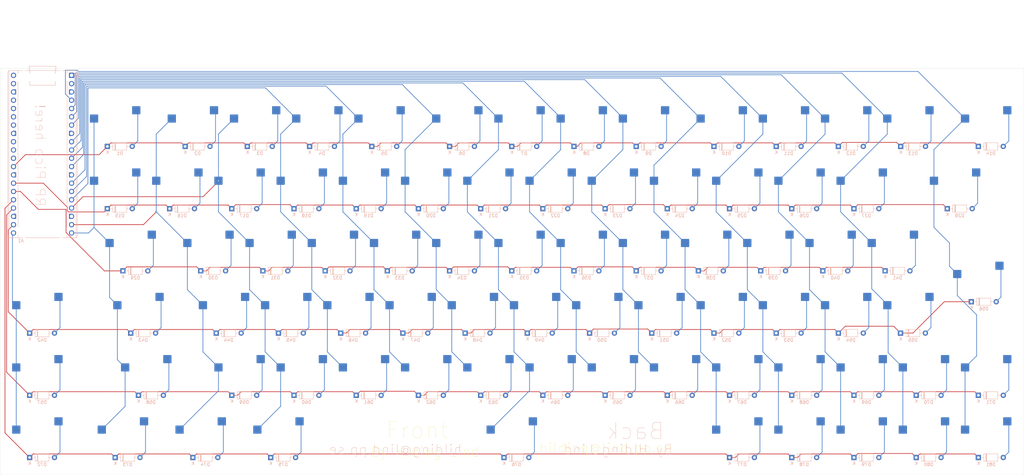
<source format=kicad_pcb>
(kicad_pcb (version 20240108) (generator "pcbnew") (generator_version "8.0")
  (layers (0 "F.Cu" signal) (31 "B.Cu" signal) (34 "B.Paste" user) (35 "F.Paste" user) (36 "B.SilkS" user "B.Silkscreen") (37 "F.SilkS" user "F.Silkscreen") (38 "B.Mask" user) (39 "F.Mask" user) (44 "Edge.Cuts" user))
  (net 0 "")
  (net 1 "Net-(D1-A)")
  (net 2 "C1")
  (net 3 "Net-(D2-A)")
  (net 4 "Net-(D3-A)")
  (net 5 "Net-(D4-A)")
  (net 6 "Net-(D5-A)")
  (net 7 "Net-(D6-A)")
  (net 8 "Net-(D7-A)")
  (net 9 "Net-(D8-A)")
  (net 10 "Net-(D9-A)")
  (net 11 "Net-(D10-A)")
  (net 12 "Net-(D11-A)")
  (net 13 "Net-(D12-A)")
  (net 14 "Net-(D13-A)")
  (net 15 "Net-(D14-A)")
  (net 16 "Net-(D15-A)")
  (net 17 "C2")
  (net 18 "Net-(D16-A)")
  (net 19 "Net-(D17-A)")
  (net 20 "Net-(D18-A)")
  (net 21 "Net-(D19-A)")
  (net 22 "Net-(D20-A)")
  (net 23 "Net-(D21-A)")
  (net 24 "Net-(D22-A)")
  (net 25 "Net-(D23-A)")
  (net 26 "Net-(D24-A)")
  (net 27 "Net-(D25-A)")
  (net 28 "Net-(D26-A)")
  (net 29 "Net-(D27-A)")
  (net 30 "Net-(D28-A)")
  (net 31 "C3")
  (net 32 "Net-(D29-A)")
  (net 33 "Net-(D30-A)")
  (net 34 "Net-(D31-A)")
  (net 35 "Net-(D32-A)")
  (net 36 "Net-(D33-A)")
  (net 37 "Net-(D34-A)")
  (net 38 "Net-(D35-A)")
  (net 39 "Net-(D36-A)")
  (net 40 "Net-(D37-A)")
  (net 41 "Net-(D38-A)")
  (net 42 "Net-(D39-A)")
  (net 43 "Net-(D40-A)")
  (net 44 "Net-(D41-A)")
  (net 45 "Net-(D42-A)")
  (net 46 "Net-(D43-A)")
  (net 47 "C4")
  (net 48 "Net-(D44-A)")
  (net 49 "Net-(D45-A)")
  (net 50 "Net-(D46-A)")
  (net 51 "Net-(D47-A)")
  (net 52 "Net-(D48-A)")
  (net 53 "Net-(D49-A)")
  (net 54 "Net-(D50-A)")
  (net 55 "Net-(D51-A)")
  (net 56 "Net-(D52-A)")
  (net 57 "Net-(D53-A)")
  (net 58 "Net-(D54-A)")
  (net 59 "Net-(D55-A)")
  (net 60 "C5")
  (net 61 "Net-(D56-A)")
  (net 62 "Net-(D57-A)")
  (net 63 "Net-(D58-A)")
  (net 64 "Net-(D59-A)")
  (net 65 "Net-(D60-A)")
  (net 66 "Net-(D61-A)")
  (net 67 "Net-(D62-A)")
  (net 68 "Net-(D63-A)")
  (net 69 "Net-(D64-A)")
  (net 70 "Net-(D65-A)")
  (net 71 "Net-(D66-A)")
  (net 72 "Net-(D67-A)")
  (net 73 "Net-(D68-A)")
  (net 74 "Net-(D69-A)")
  (net 75 "C6")
  (net 76 "Net-(D70-A)")
  (net 77 "Net-(D71-A)")
  (net 78 "Net-(D72-A)")
  (net 79 "Net-(D73-A)")
  (net 80 "Net-(D74-A)")
  (net 81 "Net-(D75-A)")
  (net 82 "Net-(D76-A)")
  (net 83 "Net-(D77-A)")
  (net 84 "Net-(D78-A)")
  (net 85 "GND")
  (net 86 "+3.3V")
  (net 87 "R1")
  (net 88 "R2")
  (net 89 "R3")
  (net 90 "R4")
  (net 91 "R5")
  (net 92 "R6")
  (net 93 "R7")
  (net 94 "R8")
  (net 95 "R9")
  (net 96 "R10")
  (net 97 "R11")
  (net 98 "R12")
  (net 99 "R13")
  (net 100 "R14")
  (net 118 "Net-(A1-GP16)")
  (net 119 "Net-(D79-A)")
  (net 120 "Net-(D80-A)")
  (net 121 "Net-(D81-A)")
  (footprint "Diode_THT:D_DO-35_SOD27_P7.62mm_Horizontal" (layer "B.Cu") (at 118.2125 114.95)
    (property "Reference" "D3")
    (property "Value" "D")
  )
  (footprint "MX_v2_hotswap_mx:MX-Hotswap-1U" (layer "B.Cu") (at 278.375 147.05 180)
    (property "Reference" "SW39")
    (property "Value" "SW_Push")
  )
  (footprint "Diode_THT:D_DO-35_SOD27_P7.62mm_Horizontal" (layer "B.Cu") (at 284.9 134)
    (property "Reference" "D26")
    (property "Value" "D")
  )
  (footprint "Diode_THT:D_DO-35_SOD27_P7.62mm_Horizontal" (layer "B.Cu") (at 84.875 191.15)
    (property "Reference" "D58")
    (property "Value" "D")
  )
  (footprint "Diode_THT:D_DO-35_SOD27_P7.62mm_Horizontal" (layer "B.Cu") (at 161.075 153.05)
    (property "Reference" "D33")
    (property "Value" "D")
  )
  (footprint "Diode_THT:D_DO-35_SOD27_P7.62mm_Horizontal" (layer "B.Cu") (at 132.5 134)
    (property "Reference" "D18")
    (property "Value" "D")
  )
  (footprint "MX_v2_hotswap_mx:MX-Hotswap-1U" (layer "B.Cu") (at 249.8 128 180)
    (property "Reference" "SW24")
    (property "Value" "SW_Push")
  )
  (footprint "MX_v2_hotswap_mx:MX-Hotswap-1U" (layer "B.Cu") (at 145.025 147.05 180)
    (property "Reference" "SW32")
    (property "Value" "SW_Push")
  )
  (footprint "MX_v2_hotswap_mx:MX-Hotswap-1U" (layer "B.Cu") (at 102.1625 108.95 180)
    (property "Reference" "SW2")
    (property "Value" "SW_Push")
  )
  (footprint "Diode_THT:D_DO-35_SOD27_P7.62mm_Horizontal" (layer "B.Cu") (at 203.9375 172.1)
    (property "Reference" "D49")
    (property "Value" "D")
  )
  (footprint "MX_v2_hotswap_mx:MX-Hotswap-1.75U" (layer "B.Cu") (at 85.49375 166.1 180)
    (property "Reference" "SW43")
    (property "Value" "SW_Push")
  )
  (footprint "MX_v2_hotswap_mx:MX-Hotswap-1U" (layer "B.Cu") (at 306.95 204.2 180)
    (property "Reference" "SW79")
    (property "Value" "SW_Push")
  )
  (footprint "MX_v2_hotswap_mx:MX-Hotswap-1U" (layer "B.Cu") (at 135.5 128 180)
    (property "Reference" "SW18")
    (property "Value" "SW_Push")
  )
  (footprint "Diode_THT:D_DO-35_SOD27_P7.62mm_Horizontal" (layer "B.Cu") (at 332.525 134)
    (property "Reference" "D28")
    (property "Value" "D")
  )
  (footprint "Diode_THT:D_DO-35_SOD27_P7.62mm_Horizontal" (layer "B.Cu") (at 80.1125 153.05)
    (property "Reference" "D29")
    (property "Value" "D")
  )
  (footprint "Diode_THT:D_DO-35_SOD27_P7.62mm_Horizontal" (layer "B.Cu") (at 237.275 153.05)
    (property "Reference" "D37")
    (property "Value" "D")
  )
  (footprint "MX_v2_hotswap_mx:MX-Hotswap-1U" (layer "B.Cu") (at 187.8875 166.1 180)
    (property "Reference" "SW48")
    (property "Value" "SW_Push")
  )
  (footprint "Diode_THT:D_DO-35_SOD27_P7.62mm_Horizontal" (layer "B.Cu") (at 196.79375 210.2)
    (property "Reference" "D76")
    (property "Value" "D")
  )
  (footprint "MX_v2_hotswap_mx:MX-Hotswap-1U" (layer "B.Cu") (at 264.0875 108.95 180)
    (property "Reference" "SW10")
    (property "Value" "SW_Push")
  )
  (footprint "MX_v2_hotswap_mx:MX-Hotswap-1U" (layer "B.Cu") (at 283.1375 166.1 180)
    (property "Reference" "SW53")
    (property "Value" "SW_Push")
  )
  (footprint "MX_v2_hotswap_mx:MX-Hotswap-1U" (layer "B.Cu") (at 240.275 147.05 180)
    (property "Reference" "SW37")
    (property "Value" "SW_Push")
  )
  (footprint "Diode_THT:D_DO-35_SOD27_P7.62mm_Horizontal" (layer "B.Cu") (at 101.54375 210.2)
    (property "Reference" "D74")
    (property "Value" "D")
  )
  (footprint "MX_v2_hotswap_mx:MX-Hotswap-1U" (layer "B.Cu") (at 297.425 147.05 180)
    (property "Reference" "SW40")
    (property "Value" "SW_Push")
  )
  (footprint "Diode_THT:D_DO-35_SOD27_P7.62mm_Horizontal" (layer "B.Cu") (at 189.65 191.15)
    (property "Reference" "D63")
    (property "Value" "D")
  )
  (footprint "MX_v2_hotswap_mx:MX-Hotswap-1.5U" (layer "B.Cu") (at 83.1125 147.05 180)
    (property "Reference" "SW29")
    (property "Value" "SW_Push")
  )
  (footprint "MX_v2_hotswap_mx:MX-Hotswap-1U" (layer "B.Cu") (at 321.2375 166.1 180)
    (property "Reference" "SW55")
    (property "Value" "SW_Push")
  )
  (footprint "Diode_THT:D_DO-35_SOD27_P7.62mm_Horizontal" (layer "B.Cu") (at 242.0375 172.1)
    (property "Reference" "D51")
    (property "Value" "D")
  )
  (footprint "Diode_THT:D_DO-35_SOD27_P7.62mm_Horizontal" (layer "B.Cu") (at 113.45 191.15)
    (property "Reference" "D59")
    (property "Value" "D")
  )
  (footprint "MX_v2_hotswap_mx:MX-Hotswap-1U" (layer "B.Cu") (at 225.9875 166.1 180)
    (property "Reference" "SW50")
    (property "Value" "SW_Push")
  )
  (footprint "Diode_THT:D_DO-35_SOD27_P7.62mm_Horizontal" (layer "B.Cu") (at 303.95 134)
    (property "Reference" "D27")
    (property "Value" "D")
  )
  (footprint "Diode_THT:D_DO-35_SOD27_P7.62mm_Horizontal" (layer "B.Cu") (at 75.35 114.95)
    (property "Reference" "D1")
    (property "Value" "D")
  )
  (footprint "MX_v2_hotswap_mx:MX-Hotswap-1U" (layer "B.Cu") (at 192.65 185.15 180)
    (property "Reference" "SW63")
    (property "Value" "SW_Push")
  )
  (footprint "MX_v2_hotswap_mx:MX-Hotswap-1U" (layer "B.Cu") (at 78.35 128 180)
    (property "Reference" "SW15")
    (property "Value" "SW_Push")
  )
  (footprint "Diode_THT:D_DO-35_SOD27_P7.62mm_Horizontal" (layer "B.Cu") (at 103.925 153.05)
    (property "Reference" "D30")
    (property "Value" "D")
  )
  (footprint "Diode_THT:D_DO-35_SOD27_P7.62mm_Horizontal" (layer "B.Cu") (at 246.8 134)
    (property "Reference" "D24")
    (property "Value" "D")
  )
  (footprint "Diode_THT:D_DO-35_SOD27_P7.62mm_Horizontal" (layer "B.Cu") (at 323 210.2)
    (property "Reference" "D80")
    (property "Value" "D")
  )
  (footprint "MX_v2_hotswap_mx:MX-Hotswap-1U" (layer "B.Cu") (at 287.9 128 180)
    (property "Reference" "SW26")
    (property "Value" "SW_Push")
  )
  (footprint "MX_v2_hotswap_mx:MX-Hotswap-1U" (layer "B.Cu") (at 135.5 185.15 180)
    (property "Reference" "SW60")
    (property "Value" "SW_Push")
  )
  (footprint "MX_v2_hotswap_mx:MX-Hotswap-1U" (layer "B.Cu") (at 230.75 185.15 180)
    (property "Reference" "SW65")
    (property "Value" "SW_Push")
  )
  (footprint "MX_v2_hotswap_mx:MX-Hotswap-1U" (layer "B.Cu") (at 154.55 128 180)
    (property "Reference" "SW19")
    (property "Value" "SW_Push")
  )
  (footprint "MX_v2_hotswap_mx:MX-Hotswap-1U" (layer "B.Cu") (at 106.925 147.05 180)
    (property "Reference" "SW30")
    (property "Value" "SW_Push")
  )
  (footprint "MX_v2_hotswap_mx:MX-Hotswap-1U" (layer "B.Cu") (at 54.5375 204.2 180)
    (property "Reference" "SW72")
    (property "Value" "SW_Push")
  )
  (footprint "MX_v2_hotswap_mx:MX-Hotswap-1U" (layer "B.Cu") (at 345.05 185.15 180)
    (property "Reference" "SW71")
    (property "Value" "SW_Push")
  )
  (footprint "Diode_THT:D_DO-35_SOD27_P7.62mm_Horizontal" (layer "B.Cu") (at 151.55 191.15)
    (property "Reference" "D61")
    (property "Value" "D")
  )
  (footprint "MX_v2_hotswap_mx:MX-Hotswap-1.25U" (layer "B.Cu") (at 80.73125 204.2 180)
    (property "Reference" "SW73")
    (property "Value" "SW_Push")
  )
  (footprint "Diode_THT:D_DO-35_SOD27_P7.62mm_Horizontal" (layer "B.Cu") (at 342.05 114.95)
    (property "Reference" "D14")
    (property "Value" "D")
  )
  (footprint "MX_v2_hotswap_mx:MX-Hotswap-1U" (layer "B.Cu") (at 78.35 108.95 180)
    (property "Reference" "SW1")
    (property "Value" "SW_Push")
  )
  (footprint "Diode_THT:D_DO-35_SOD27_P7.62mm_Horizontal" (layer "B.Cu") (at 318.2375 114.95)
    (property "Reference" "D13")
    (property "Value" "D")
  )
  (footprint "MX_v2_hotswap_mx:MX-Hotswap-1U" (layer "B.Cu") (at 326 185.15 180)
    (property "Reference" "SW70")
    (property "Value" "SW_Push")
  )
  (footprint "MX_v2_hotswap_mx:MX-Hotswap-1U" (layer "B.Cu") (at 149.7875 166.1 180)
    (property "Reference" "SW46")
    (property "Value" "SW_Push")
  )
  (footprint "Diode_THT:D_DO-35_SOD27_P7.62mm_Horizontal" (layer "B.Cu") (at 77.73125 210.2)
    (property "Reference" "D73")
    (property "Value" "D")
  )
  (footprint "Diode_THT:D_DO-35_SOD27_P7.62mm_Horizontal" (layer "B.Cu") (at 227.75 191.15)
    (property "Reference" "D65")
    (property "Value" "D")
  )
  (footprint "Diode_THT:D_DO-35_SOD27_P7.62mm_Horizontal" (layer "B.Cu") (at 208.7 134)
    (property "Reference" "D22")
    (property "Value" "D")
  )
  (footprint "Diode_THT:D_DO-35_SOD27_P7.62mm_Horizontal" (layer "B.Cu") (at 318.2 172.1)
    (property "Reference" "D55")
    (property "Value" "D")
  )
  (footprint "Diode_THT:D_DO-35_SOD27_P7.62mm_Horizontal" (layer "B.Cu") (at 303.95 210.2)
    (property "Reference" "D79")
    (property "Value" "D")
  )
  (footprint "Diode_THT:D_DO-35_SOD27_P7.62mm_Horizontal" (layer "B.Cu") (at 180.125 153.05)
    (property "Reference" "D34")
    (property "Value" "D")
  )
  (footprint "Diode_THT:D_DO-35_SOD27_P7.62mm_Horizontal" (layer "B.Cu") (at 180.125 114.95)
    (property "Reference" "D6")
    (property "Value" "D")
  )
  (footprint "Diode_THT:D_DO-35_SOD27_P7.62mm_Horizontal" (layer "B.Cu") (at 342.05 191.15)
    (property "Reference" "D71")
    (property "Value" "D")
  )
  (footprint "MX_v2_hotswap_mx:MX-Hotswap-1U" (layer "B.Cu") (at 116.45 185.15 180)
    (property "Reference" "SW59")
    (property "Value" "SW_Push")
  )
  (footprint "Diode_THT:D_DO-35_SOD27_P7.62mm_Horizontal" (layer "B.Cu") (at 265.85 134)
    (property "Reference" "D25")
    (property "Value" "D")
  )
  (footprint "Diode_THT:D_DO-35_SOD27_P7.62mm_Horizontal" (layer "B.Cu") (at 156.3125 114.95)
    (property "Reference" "D5")
    (property "Value" "D")
  )
  (footprint "MX_v2_hotswap_mx:MX-Hotswap-1U" (layer "B.Cu") (at 211.7 185.15 180)
    (property "Reference" "SW64")
    (property "Value" "SW_Push")
  )
  (footprint "MX_v2_hotswap_mx:MX-Hotswap-1U" (layer "B.Cu") (at 316.475 147.05 180)
    (property "Reference" "SW41")
    (property "Value" "SW_Push")
  )
  (footprint "MX_v2_hotswap_mx:MX-Hotswap-1U" (layer "B.Cu") (at 130.7375 166.1 180)
    (property "Reference" "SW45")
    (property "Value" "SW_Push")
  )
  (footprint "Diode_THT:D_DO-35_SOD27_P7.62mm_Horizontal" (layer "B.Cu") (at 51.5375 191.15)
    (property "Reference" "D57")
    (property "Value" "D")
  )
  (footprint "Diode_THT:D_DO-35_SOD27_P7.62mm_Horizontal" (layer "B.Cu") (at 82.49375 172.1)
    (property "Reference" "D43")
    (property "Value" "D")
  )
  (footprint "MX_v2_hotswap_mx:MX-Hotswap-1U" (layer "B.Cu") (at 264.0875 166.1 180)
    (property "Reference" "SW52")
    (property "Value" "SW_Push")
  )
  (footprint "Diode_THT:D_DO-35_SOD27_P7.62mm_Horizontal" (layer "B.Cu") (at 125.35625 210.2)
    (property "Reference" "D75")
    (property "Value" "D")
  )
  (footprint "Diode_THT:D_DO-35_SOD27_P7.62mm_Horizontal" (layer "B.Cu") (at 227.75 134)
    (property "Reference" "D23")
    (property "Value" "D")
  )
  (footprint "Diode_THT:D_DO-35_SOD27_P7.62mm_Horizontal" (layer "B.Cu") (at 265.85 210.2)
    (property "Reference" "D77")
    (property "Value" "D")
  )
  (footprint "Diode_THT:D_DO-35_SOD27_P7.62mm_Horizontal" (layer "B.Cu") (at 280.1375 172.1)
    (property "Reference" "D53")
    (property "Value" "D")
  )
  (footprint "Diode_THT:D_DO-35_SOD27_P7.62mm_Horizontal" (layer "B.Cu") (at 261.0875 172.1)
    (property "Reference" "D52")
    (property "Value" "D")
  )
  (footprint "Diode_THT:D_DO-35_SOD27_P7.62mm_Horizontal" (layer "B.Cu") (at 280.1375 114.95)
    (property "Reference" "D11")
    (property "Value" "D")
  )
  (footprint "Diode_THT:D_DO-35_SOD27_P7.62mm_Horizontal" (layer "B.Cu") (at 151.55 134)
    (property "Reference" "D19")
    (property "Value" "D")
  )
  (footprint "Diode_THT:D_DO-35_SOD27_P7.62mm_Horizontal" (layer "B.Cu") (at 51.5375 210.2)
    (property "Reference" "D72")
    (property "Value" "D")
  )
  (footprint "MX_v2_hotswap_mx:MX-Hotswap-1U" (layer "B.Cu") (at 164.075 147.05 180)
    (property "Reference" "SW33")
    (property "Value" "SW_Push")
  )
  (footprint "Diode_THT:D_DO-35_SOD27_P7.62mm_Horizontal" (layer "B.Cu") (at 339.89 162.5)
    (property "Reference" "D56")
    (property "Value" "D")
  )
  (footprint "Diode_THT:D_DO-35_SOD27_P7.62mm_Horizontal" (layer "B.Cu") (at 294.425 153.05)
    (property "Reference" "D40")
    (property "Value" "D")
  )
  (footprint "Diode_THT:D_DO-35_SOD27_P7.62mm_Horizontal" (layer "B.Cu") (at 75.35 134)
    (property "Reference" "D15")
    (property "Value" "D")
  )
  (footprint "MX_v2_hotswap_mx:MX-Hotswap-1U" (layer "B.Cu") (at 54.5375 185.15 180)
    (property "Reference" "SW57")
    (property "Value" "SW_Push")
  )
  (footprint "MX_v2_hotswap_mx:MX-Hotswap-1U" (layer "B.Cu") (at 154.55 185.15 180)
    (property "Reference" "SW61")
    (property "Value" "SW_Push")
  )
  (footprint "Diode_THT:D_DO-35_SOD27_P7.62mm_Horizontal" (layer "B.Cu") (at 299.1875 172.1)
    (property "Reference" "D54")
    (property "Value" "D")
  )
  (footprint "MX_v2_hotswap_mx:MX-Hotswap-1U" (layer "B.Cu") (at 245.0375 166.1 180)
    (property "Reference" "SW51")
    (property "Value" "SW_Push")
  )
  (footprint "Module:RaspberryPi_Pico_Common_THT" (layer "B.Cu") (at 64.39 93.1825 180)
    (property "Reference" "A1")
    (property "Value" "Raspberry_Pi_Pico_THT")
  )
  (footprint "Diode_THT:D_DO-35_SOD27_P7.62mm_Horizontal" (layer "B.Cu") (at 132.5 191.15)
    (property "Reference" "D60")
    (property "Value" "D")
  )
  (footprint "MX_v2_hotswap_mx:MX-Hotswap-1U" (layer "B.Cu") (at 159.3125 108.95 180)
    (property "Reference" "SW5")
    (property "Value" "SW_Push")
  )
  (footprint "Diode_THT:D_DO-35_SOD27_P7.62mm_Horizontal" (layer "B.Cu") (at 113.45 134)
    (property "Reference" "D17")
    (property "Value" "D")
  )
  (footprint "MX_v2_hotswap_mx:MX-Hotswap-1U" (layer "B.Cu") (at 283.1375 108.95 180)
    (property "Reference" "SW11")
    (property "Value" "SW_Push")
  )
  (footprint "MX_v2_hotswap_mx:MX-Hotswap-1.25U" (layer "B.Cu") (at 104.54375 204.2 180)
    (property "Reference" "SW74")
    (property "Value" "SW_Push")
  )
  (footprint "MX_v2_hotswap_mx:MX-Hotswap-1U" (layer "B.Cu") (at 302.1875 108.95 180)
    (property "Reference" "SW12")
    (property "Value" "SW_Push")
  )
  (footprint "Diode_THT:D_DO-35_SOD27_P7.62mm_Horizontal" (layer "B.Cu") (at 146.7875 172.1)
    (property "Reference" "D46")
    (property "Value" "D")
  )
  (footprint "Diode_THT:D_DO-35_SOD27_P7.62mm_Horizontal" (layer "B.Cu") (at 199.175 153.05)
    (property "Reference" "D35")
    (property "Value" "D")
  )
  (footprint "MX_v2_hotswap_mx:MX-Hotswap-1U" (layer "B.Cu") (at 268.85 204.2 180)
    (property "Reference" "SW77")
    (property "Value" "SW_Push")
  )
  (footprint "Diode_THT:D_DO-35_SOD27_P7.62mm_Horizontal" (layer "B.Cu") (at 342.05 210.2)
    (property "Reference" "D81")
    (property "Value" "D")
  )
  (footprint "MX_v2_hotswap_mx:MX-Hotswap-1U" (layer "B.Cu") (at 302.1875 166.1 180)
    (property "Reference" "SW54")
    (property "Value" "SW_Push")
  )
  (footprint "MX_v2_hotswap_mx:MX-Hotswap-1U" (layer "B.Cu") (at 268.85 185.15 180)
    (property "Reference" "SW67")
    (property "Value" "SW_Push")
  )
  (footprint "Diode_THT:D_DO-35_SOD27_P7.62mm_Horizontal" (layer "B.Cu") (at 127.7375 172.1)
    (property "Reference" "D45")
    (property "Value" "D")
  )
  (footprint "Diode_THT:D_DO-35_SOD27_P7.62mm_Horizontal" (layer "B.Cu") (at 199.175 114.95)
    (property "Reference" "D7")
    (property "Value" "D")
  )
  (footprint "Diode_THT:D_DO-35_SOD27_P7.62mm_Horizontal" (layer "B.Cu") (at 275.375 153.05)
    (property "Reference" "D39")
    (property "Value" "D")
  )
  (footprint "MX_v2_hotswap_mx:MX-Hotswap-1U" (layer "B.Cu") (at 345.05 204.2 180)
    (property "Reference" "SW81")
    (property "Value" "SW_Push")
  )
  (footprint "MX_v2_hotswap_mx:MX-Hotswap-1U" (layer "B.Cu") (at 125.975 147.05 180)
    (property "Reference" "SW31")
    (property "Value" "SW_Push")
  )
  (footprint "Diode_THT:D_DO-35_SOD27_P7.62mm_Horizontal" (layer "B.Cu") (at 284.9 191.15)
    (property "Reference" "D68")
    (property "Value" "D")
  )
  (footprint "Diode_THT:D_DO-35_SOD27_P7.62mm_Horizontal" (layer "B.Cu") (at 108.6875 172.1)
    (property "Reference" "D44")
    (property "Value" "D")
  )
  (footprint "MX_v2_hotswap_mx:MX-Hotswap-1U" (layer "B.Cu") (at 306.95 185.15 180)
    (property "Reference" "SW69")
    (property "Value" "SW_Push")
  )
  (footprint "MX_v2_hotswap_mx:MX-Hotswap-6.25U" (layer "B.Cu") (at 199.79375 204.2 180)
    (property "Reference" "SW76")
    (property "Value" "SW_Push")
  )
  (footprint "MX_v2_hotswap_mx:MX-Hotswap-1U" (layer "B.Cu") (at 345.05 108.95 180)
    (property "Reference" "SW14")
    (property "Value" "SW_Push")
  )
  (footprint "MX_v2_hotswap_mx:MX-Hotswap-2U" (layer "B.Cu") (at 335.525 128 180)
    (property "Reference" "SW28")
    (property "Value" "SW_Push")
  )
  (footprint "Diode_THT:D_DO-35_SOD27_P7.62mm_Horizontal" (layer "B.Cu") (at 184.8875 172.1)
    (property "Reference" "D48")
    (property "Value" "D")
  )
  (footprint "Diode_THT:D_DO-35_SOD27_P7.62mm_Horizontal" (layer "B.Cu") (at 122.975 153.05)
    (property "Reference" "D31")
    (property "Value" "D")
  )
  (footprint "MX_v2_hotswap_mx:MX-Hotswap-1U" (layer "B.Cu") (at 206.9375 166.1 180)
    (property "Reference" "SW49")
    (property "Value" "SW_Push")
  )
  (footprint "Diode_THT:D_DO-35_SOD27_P7.62mm_Horizontal" (layer "B.Cu") (at 222.9875 172.1)
    (property "Reference" "D50")
    (property "Value" "D")
  )
  (footprint "Diode_THT:D_DO-35_SOD27_P7.62mm_Horizontal" (layer "B.Cu") (at 218.225 114.95)
    (property "Reference" "D8")
    (property "Value" "D")
  )
  (footprint "MX_v2_hotswap_mx:MX-Hotswap-1U" (layer "B.Cu") (at 183.125 147.05 180)
    (property "Reference" "SW34")
    (property "Value" "SW_Push")
  )
  (footprint "MX_v2_hotswap_mx:MX-Hotswap-1U" (layer "B.Cu") (at 306.95 128 180)
    (property "Reference" "SW27")
    (property "Value" "SW_Push")
  )
  (footprint "MX_v2_hotswap_mx:MX-Hotswap-1U" (layer "B.Cu") (at 321.2375 108.95 180)
    (property "Reference" "SW13")
    (property "Value" "SW_Push")
  )
  (footprint "MX_v2_hotswap_mx:MX-Hotswap-1U" (layer "B.Cu") (at 54.5375 166.1 180)
    (property "Reference" "SW42")
    (property "Value" "SW_Push")
  )
  (footprint "Diode_THT:D_DO-35_SOD27_P7.62mm_Horizontal" (layer "B.Cu") (at 265.85 191.15)
    (property "Reference" "D67")
    (property "Value" "D")
  )
  (footprint "Diode_THT:D_DO-35_SOD27_P7.62mm_Horizontal" (layer "B.Cu") (at 261.0875 114.95)
    (property "Reference" "D10")
    (property "Value" "D")
  )
  (footprint "MX_v2_hotswap_mx:MX-Hotswap-1U" (layer "B.Cu") (at 249.8 185.15 180)
    (property "Reference" "SW66")
    (property "Value" "SW_Push")
  )
  (footprint "MX_v2_hotswap_mx:MX-Hotswap-1U" (layer "B.Cu") (at 121.2125 108.95 180)
    (property "Reference" "SW3")
    (property "Value" "SW_Push")
  )
  (footprint "Diode_THT:D_DO-35_SOD27_P7.62mm_Horizontal" (layer "B.Cu") (at 189.65 134)
    (property "Reference" "D21")
    (property "Value" "D")
  )
  (footprint "Diode_THT:D_DO-35_SOD27_P7.62mm_Horizontal" (layer "B.Cu") (at 256.325 153.05)
    (property "Reference" "D38")
    (property "Value" "D")
  )
  (footprint "MX_v2_hotswap_mx:MX-Hotswap-1U" (layer "B.Cu") (at 202.175 147.05 180)
    (property "Reference" "SW35")
    (property "Value" "SW_Push")
  )
  (footprint "Diode_THT:D_DO-35_SOD27_P7.62mm_Horizontal" (layer "B.Cu") (at 142.025 153.05)
    (property "Reference" "D32")
    (property "Value" "D")
  )
  (footprint "MX_v2_hotswap_mx:MX-Hotswap-1U" (layer "B.Cu") (at 173.6 128 180)
    (property "Reference" "SW20")
    (property "Value" "SW_Push")
  )
  (footprint "MX_v2_hotswap_mx:MX-Hotswap-1U" (layer "B.Cu") (at 259.325 147.05 180)
    (property "Reference" "SW38")
    (property "Value" "SW_Push")
  )
  (footprint "MX_v2_hotswap_mx:MX-Hotswap-1U" (layer "B.Cu") (at 287.9 204.2 180)
    (property "Reference" "SW78")
    (property "Value" "SW_Push")
  )
  (footprint "MX_v2_hotswap_mx:MX-Hotswap-1U" (layer "B.Cu") (at 111.6875 166.1 180)
    (property "Reference" "SW44")
    (property "Value" "SW_Push")
  )
  (footprint "MX_v2_hotswap_mx:MX-Hotswap-1U" (layer "B.Cu") (at 230.75 128 180)
    (property "Reference" "SW23")
    (property "Value" "SW_Push")
  )
  (footprint "Diode_THT:D_DO-35_SOD27_P7.62mm_Horizontal" (layer "B.Cu") (at 323 191.15)
    (property "Reference" "D70")
    (property "Value" "D")
  )
  (footprint "Diode_THT:D_DO-35_SOD27_P7.62mm_Horizontal" (layer "B.Cu") (at 313.475 153.05)
    (property "Reference" "D41")
    (property "Value" "D")
  )
  (footprint "Diode_THT:D_DO-35_SOD27_P7.62mm_Horizontal" (layer "B.Cu") (at 237.275 114.95)
    (property "Reference" "D9")
    (property "Value" "D")
  )
  (footprint "Diode_THT:D_DO-35_SOD27_P7.62mm_Horizontal" (layer "B.Cu") (at 303.95 191.15)
    (property "Reference" "D69")
    (property "Value" "D")
  )
  (footprint "MX_v2_hotswap_mx:MX-Hotswap-1U" (layer "B.Cu") (at 168.8375 166.1 180)
    (property "Reference" "SW47")
    (property "Value" "SW_Push")
  )
  (footprint "Diode_THT:D_DO-35_SOD27_P7.62mm_Horizontal" (layer "B.Cu") (at 246.8 191.15)
    (property "Reference" "D66")
    (property "Value" "D")
  )
  (footprint "MX_v2_hotswap_mx:MX-Hotswap-ISO" (layer "B.Cu") (at 342.655 156.558 180)
    (property "Reference" "SW56")
    (property "Value" "SW_Push")
  )
  (footprint "Diode_THT:D_DO-35_SOD27_P7.62mm_Horizontal" (layer "B.Cu") (at 94.4 134)
    (property "Reference" "D16")
    (property "Value" "D")
  )
  (footprint "MX_v2_hotswap_mx:MX-Hotswap-1U" (layer "B.Cu") (at 116.45 128 180)
    (property "Reference" "SW17")
    (property "Value" "SW_Push")
  )
  (footprint "MX_v2_hotswap_mx:MX-Hotswap-1U" (layer "B.Cu") (at 221.225 108.95 180)
    (property "Reference" "SW8")
    (property "Value" "SW_Push")
  )
  (footprint "Diode_THT:D_DO-35_SOD27_P7.62mm_Horizontal" (layer "B.Cu") (at 137.2625 114.95)
    (property "Reference" "D4")
    (property "Value" "D")
  )
  (footprint "MX_v2_hotswap_mx:MX-Hotswap-1U" (layer "B.Cu") (at 173.6 185.15 180)
    (property "Reference" "SW62")
    (property "Value" "SW_Push")
  )
  (footprint "MX_v2_hotswap_mx:MX-Hotswap-1U" (layer "B.Cu") (at 183.125 108.95 180)
    (property "Reference" "SW6")
    (property "Value" "SW_Push")
  )
  (footprint "MX_v2_hotswap_mx:MX-Hotswap-1U" (layer "B.Cu") (at 97.4 128 180)
    (property "Reference" "SW16")
    (property "Value" "SW_Push")
  )
  (footprint "Diode_THT:D_DO-35_SOD27_P7.62mm_Horizontal" (layer "B.Cu") (at 299.1875 114.95)
    (property "Reference" "D12")
    (property "Value" "D")
  )
  (footprint "MX_v2_hotswap_mx:MX-Hotswap-1U" (layer "B.Cu") (at 240.275 108.95 180)
    (property "Reference" "SW9")
    (property "Value" "SW_Push")
  )
  (footprint "Diode_THT:D_DO-35_SOD27_P7.62mm_Horizontal" (layer "B.Cu") (at 208.7 191.15)
    (property "Reference" "D64")
    (property "Value" "D")
  )
  (footprint "Diode_THT:D_DO-35_SOD27_P7.62mm_Horizontal" (layer "B.Cu") (at 218.225 153.05)
    (property "Reference" "D36")
    (property "Value" "D")
  )
  (footprint "MX_v2_hotswap_mx:MX-Hotswap-1U" (layer "B.Cu") (at 211.7 128 180)
    (property "Reference" "SW22")
    (property "Value" "SW_Push")
  )
  (footprint "MX_v2_hotswap_mx:MX-Hotswap-1U" (layer "B.Cu") (at 268.85 128 180)
    (property "Reference" "SW25")
    (property "Value" "SW_Push")
  )
  (footprint "Diode_THT:D_DO-35_SOD27_P7.62mm_Horizontal" (layer "B.Cu") (at 284.9 210.2)
    (property "Reference" "D78")
    (property "Value" "D")
  )
  (footprint "MX_v2_hotswap_mx:MX-Hotswap-1U" (layer "B.Cu") (at 326 204.2 180)
    (property "Reference" "SW80")
    (property "Value" "SW_Push")
  )
  (footprint "Diode_THT:D_DO-35_SOD27_P7.62mm_Horizontal" (layer "B.Cu") (at 170.6 191.15)
    (property "Reference" "D62")
    (property "Value" "D")
  )
  (footprint "Diode_THT:D_DO-35_SOD27_P7.62mm_Horizontal" (layer "B.Cu") (at 170.6 134)
    (property "Reference" "D20")
    (property "Value" "D")
  )
  (footprint "Diode_THT:D_DO-35_SOD27_P7.62mm_Horizontal" (layer "B.Cu") (at 99.1625 114.95)
    (property "Reference" "D2")
    (property "Value" "D")
  )
  (footprint "MX_v2_hotswap_mx:MX-Hotswap-1U" (layer "B.Cu") (at 192.65 128 180)
    (property "Reference" "SW21")
    (property "Value" "SW_Push")
  )
  (footprint "Diode_THT:D_DO-35_SOD27_P7.62mm_Horizontal" (layer "B.Cu") (at 165.8375 172.1)
    (property "Reference" "D47")
    (property "Value" "D")
  )
  (footprint "MX_v2_hotswap_mx:MX-Hotswap-2U" (layer "B.Cu") (at 87.875 185.15 180)
    (property "Reference" "SW58")
    (property "Value" "SW_Push")
  )
  (footprint "MX_v2_hotswap_mx:MX-Hotswap-1U" (layer "B.Cu") (at 202.175 108.95 180)
    (property "Reference" "SW7")
    (property "Value" "SW_Push")
  )
  (footprint "MX_v2_hotswap_mx:MX-Hotswap-1.25U" (layer "B.Cu") (at 128.35625 204.2 180)
    (property "Reference" "SW75")
    (property "Value" "SW_Push")
  )
  (footprint "MX_v2_hotswap_mx:MX-Hotswap-1U" (layer "B.Cu") (at 287.9 185.15 180)
    (property "Reference" "SW68")
    (property "Value" "SW_Push")
  )
  (footprint "Diode_THT:D_DO-35_SOD27_P7.62mm_Horizontal" (layer "B.Cu") (at 51.5375 172.1)
    (property "Reference" "D42")
    (property "Value" "D")
  )
  (footprint "MX_v2_hotswap_mx:MX-Hotswap-1U" (layer "B.Cu") (at 221.225 147.05 180)
    (property "Reference" "SW36")
    (property "Value" "SW_Push")
  )
  (footprint "MX_v2_hotswap_mx:MX-Hotswap-1U" (layer "B.Cu") (at 140.2625 108.95 180)
    (property "Reference" "SW4")
    (property "Value" "SW_Push")
  )
  (gr_rect (start 42.5 91) (end 356 215.5) (stroke (width 0.05)) (fill none) (layer "Edge.Cuts"))
  (gr_text "Back\n" (at 246.057144 205 0) (layer "B.SilkS") (effects (font (size 5 5) (thickness 0.1)) (justify left bottom mirror)))
  (gr_text "RP Pico here!" (at 53 133.5 270) (layer "B.SilkS") (effects (font (size 3 3) (thickness 0.1)) (justify left bottom mirror)))
  (gr_text "By Hlding Lind" (at 248.557144 209.5 -0) (layer "B.SilkS") (effects (font (size 3 3) (thickness 0.1)) (justify left bottom mirror)))
  (gr_text "hilding@lind.pp.se" (at 184.057144 209.5 -0) (layer "B.SilkS") (effects (font (size 3 3) (thickness 0.1)) (justify left bottom mirror)))
  (gr_text "hilding@lind.pp.se" (at 207.45 209.04 0) (layer "F.SilkS") (effects (font (size 3 3) (thickness 0.1)) (justify left bottom)))
  (gr_text "By Hlding Lind" (at 155.81 210.23 0) (layer "F.SilkS") (effects (font (size 3 3) (thickness 0.1)) (justify left bottom)))
  (gr_text "Front" (at 160.57 204.78 0) (layer "F.SilkS") (effects (font (size 5 5) (thickness 0.1)) (justify left bottom)))
  (segment (start 84.655 113.265) (end 82.97 114.95) (width 0.2) (layer "B.Cu") (net 1))
  (segment (start 84.655 104.333) (end 84.655 113.265) (width 0.2) (layer "B.Cu") (net 1))
  (segment (start 84.192 103.87) (end 84.655 104.333) (width 0.2) (layer "B.Cu") (net 1))
  (segment (start 119.3125 113.85) (end 136.1625 113.85) (width 0.2) (layer "F.Cu") (net 2))
  (segment (start 46.61 121.1225) (end 50.25 117.4825) (width 0.2) (layer "F.Cu") (net 2))
  (segment (start 100.2625 113.85) (end 117.1125 113.85) (width 0.2) (layer "F.Cu") (net 2))
  (segment (start 199.175 114.95) (end 200.9375 114.95) (width 0.2) (layer "F.Cu") (net 2))
  (segment (start 156.3125 114.95) (end 158.075 114.95) (width 0.2) (layer "F.Cu") (net 2))
  (segment (start 155.2125 113.85) (end 156.3125 114.95) (width 0.2) (layer "F.Cu") (net 2))
  (segment (start 50.25 117.4825) (end 72.8175 117.4825) (width 0.2) (layer "F.Cu") (net 2))
  (segment (start 236.175 113.85) (end 237.275 114.95) (width 0.2) (layer "F.Cu") (net 2))
  (segment (start 98.0625 113.85) (end 99.1625 114.95) (width 0.2) (layer "F.Cu") (net 2))
  (segment (start 72.8175 117.4825) (end 75.35 114.95) (width 0.2) (layer "F.Cu") (net 2))
  (segment (start 198.075 113.85) (end 199.175 114.95) (width 0.2) (layer "F.Cu") (net 2))
  (segment (start 75.35 114.95) (end 76.45 113.85) (width 0.2) (layer "F.Cu") (net 2))
  (segment (start 219.225 114.95) (end 220.325 113.85) (width 0.2) (layer "F.Cu") (net 2))
  (segment (start 280.1375 114.95) (end 281.2375 113.85) (width 0.2) (layer "F.Cu") (net 2))
  (segment (start 238.375 113.85) (end 259.9875 113.85) (width 0.2) (layer "F.Cu") (net 2))
  (segment (start 76.45 113.85) (end 98.0625 113.85) (width 0.2) (layer "F.Cu") (net 2))
  (segment (start 237.275 114.95) (end 238.375 113.85) (width 0.2) (layer "F.Cu") (net 2))
  (segment (start 99.1625 114.95) (end 100.2625 113.85) (width 0.2) (layer "F.Cu") (net 2))
  (segment (start 220.325 113.85) (end 236.175 113.85) (width 0.2) (layer "F.Cu") (net 2))
  (segment (start 159.175 113.85) (end 179.025 113.85) (width 0.2) (layer "F.Cu") (net 2))
  (segment (start 136.1625 113.85) (end 137.2625 114.95) (width 0.2) (layer "F.Cu") (net 2))
  (segment (start 217.125 113.85) (end 218.225 114.95) (width 0.2) (layer "F.Cu") (net 2))
  (segment (start 317 113.7125) (end 318.2375 114.95) (width 0.2) (layer "F.Cu") (net 2))
  (segment (start 138.3625 113.85) (end 155.2125 113.85) (width 0.2) (layer "F.Cu") (net 2))
  (segment (start 298.0875 113.85) (end 299.1875 114.95) (width 0.2) (layer "F.Cu") (net 2))
  (segment (start 218.225 114.95) (end 219.225 114.95) (width 0.2) (layer "F.Cu") (net 2))
  (segment (start 158.075 114.95) (end 159.175 113.85) (width 0.2) (layer "F.Cu") (net 2))
  (segment (start 319.3375 113.85) (end 340.95 113.85) (width 0.2) (layer "F.Cu") (net 2))
  (segment (start 202.0375 113.85) (end 217.125 113.85) (width 0.2) (layer "F.Cu") (net 2))
  (segment (start 182.9875 113.85) (end 198.075 113.85) (width 0.2) (layer "F.Cu") (net 2))
  (segment (start 340.95 113.85) (end 342.05 114.95) (width 0.2) (layer "F.Cu") (net 2))
  (segment (start 259.9875 113.85) (end 261.0875 114.95) (width 0.2) (layer "F.Cu") (net 2))
  (segment (start 300.425 113.7125) (end 317 113.7125) (width 0.2) (layer "F.Cu") (net 2))
  (segment (start 318.2375 114.95) (end 319.3375 113.85) (width 0.2) (layer "F.Cu") (net 2))
  (segment (start 137.2625 114.95) (end 138.3625 113.85) (width 0.2) (layer "F.Cu") (net 2))
  (segment (start 118.2125 114.95) (end 119.3125 113.85) (width 0.2) (layer "F.Cu") (net 2))
  (segment (start 200.9375 114.95) (end 202.0375 113.85) (width 0.2) (layer "F.Cu") (net 2))
  (segment (start 279.0375 113.85) (end 280.1375 114.95) (width 0.2) (layer "F.Cu") (net 2))
  (segment (start 299.1875 114.95) (end 300.425 113.7125) (width 0.2) (layer "F.Cu") (net 2))
  (segment (start 281.2375 113.85) (end 298.0875 113.85) (width 0.2) (layer "F.Cu") (net 2))
  (segment (start 262.1875 113.85) (end 279.0375 113.85) (width 0.2) (layer "F.Cu") (net 2))
  (segment (start 180.125 114.95) (end 181.8875 114.95) (width 0.2) (layer "F.Cu") (net 2))
  (segment (start 117.1125 113.85) (end 118.2125 114.95) (width 0.2) (layer "F.Cu") (net 2))
  (segment (start 179.025 113.85) (end 180.125 114.95) (width 0.2) (layer "F.Cu") (net 2))
  (segment (start 181.8875 114.95) (end 182.9875 113.85) (width 0.2) (layer "F.Cu") (net 2))
  (segment (start 261.0875 114.95) (end 262.1875 113.85) (width 0.2) (layer "F.Cu") (net 2))
  (segment (start 108.4675 113.265) (end 106.7825 114.95) (width 0.2) (layer "B.Cu") (net 3))
  (segment (start 108.4675 104.333) (end 108.4675 113.265) (width 0.2) (layer "B.Cu") (net 3))
  (segment (start 108.0045 103.87) (end 108.4675 104.333) (width 0.2) (layer "B.Cu") (net 3))
  (segment (start 127.0545 103.87) (end 127.5175 104.333) (width 0.2) (layer "B.Cu") (net 4))
  (segment (start 127.5175 113.265) (end 125.8325 114.95) (width 0.2) (layer "B.Cu") (net 4))
  (segment (start 127.5175 104.333) (end 127.5175 113.265) (width 0.2) (layer "B.Cu") (net 4))
  (segment (start 146.5675 104.333) (end 146.5675 113.265) (width 0.2) (layer "B.Cu") (net 5))
  (segment (start 146.1045 103.87) (end 146.5675 104.333) (width 0.2) (layer "B.Cu") (net 5))
  (segment (start 146.5675 113.265) (end 144.8825 114.95) (width 0.2) (layer "B.Cu") (net 5))
  (segment (start 165.6175 104.333) (end 165.6175 113.265) (width 0.2) (layer "B.Cu") (net 6))
  (segment (start 165.6175 113.265) (end 163.9325 114.95) (width 0.2) (layer "B.Cu") (net 6))
  (segment (start 165.1545 103.87) (end 165.6175 104.333) (width 0.2) (layer "B.Cu") (net 6))
  (segment (start 188.967 103.87) (end 189.43 104.333) (width 0.2) (layer "B.Cu") (net 7))
  (segment (start 189.43 104.333) (end 189.43 113.265) (width 0.2) (layer "B.Cu") (net 7))
  (segment (start 189.43 113.265) (end 187.745 114.95) (width 0.2) (layer "B.Cu") (net 7))
  (segment (start 208.48 113.265) (end 206.795 114.95) (width 0.2) (layer "B.Cu") (net 8))
  (segment (start 208.48 104.333) (end 208.48 113.265) (width 0.2) (layer "B.Cu") (net 8))
  (segment (start 208.017 103.87) (end 208.48 104.333) (width 0.2) (layer "B.Cu") (net 8))
  (segment (start 227.53 113.265) (end 225.845 114.95) (width 0.2) (layer "B.Cu") (net 9))
  (segment (start 227.53 104.333) (end 227.53 113.265) (width 0.2) (layer "B.Cu") (net 9))
  (segment (start 227.067 103.87) (end 227.53 104.333) (width 0.2) (layer "B.Cu") (net 9))
  (segment (start 246.117 103.87) (end 246.58 104.333) (width 0.2) (layer "B.Cu") (net 10))
  (segment (start 246.58 113.265) (end 244.895 114.95) (width 0.2) (layer "B.Cu") (net 10))
  (segment (start 246.58 104.333) (end 246.58 113.265) (width 0.2) (layer "B.Cu") (net 10))
  (segment (start 270.3925 104.333) (end 270.3925 113.265) (width 0.2) (layer "B.Cu") (net 11))
  (segment (start 270.3925 113.265) (end 268.7075 114.95) (width 0.2) (layer "B.Cu") (net 11))
  (segment (start 269.9295 103.87) (end 270.3925 104.333) (width 0.2) (layer "B.Cu") (net 11))
  (segment (start 289.4425 104.333) (end 289.4425 113.265) (width 0.2) (layer "B.Cu") (net 12))
  (segment (start 288.9795 103.87) (end 289.4425 104.333) (width 0.2) (layer "B.Cu") (net 12))
  (segment (start 289.4425 113.265) (end 287.7575 114.95) (width 0.2) (layer "B.Cu") (net 12))
  (segment (start 308.4925 113.265) (end 306.8075 114.95) (width 0.2) (layer "B.Cu") (net 13))
  (segment (start 308.0295 103.87) (end 308.4925 104.333) (width 0.2) (layer "B.Cu") (net 13))
  (segment (start 308.4925 104.333) (end 308.4925 113.265) (width 0.2) (layer "B.Cu") (net 13))
  (segment (start 327.0795 103.87) (end 327.5425 104.333) (width 0.2) (layer "B.Cu") (net 14))
  (segment (start 327.5425 104.333) (end 327.5425 113.265) (width 0.2) (layer "B.Cu") (net 14))
  (segment (start 327.5425 113.265) (end 325.8575 114.95) (width 0.2) (layer "B.Cu") (net 14))
  (segment (start 351.355 104.333) (end 351.355 113.265) (width 0.2) (layer "B.Cu") (net 15))
  (segment (start 351.355 113.265) (end 349.67 114.95) (width 0.2) (layer "B.Cu") (net 15))
  (segment (start 350.892 103.87) (end 351.355 104.333) (width 0.2) (layer "B.Cu") (net 15))
  (segment (start 84.655 132.315) (end 82.97 134) (width 0.2) (layer "B.Cu") (net 16))
  (segment (start 84.192 122.92) (end 84.655 123.383) (width 0.2) (layer "B.Cu") (net 16))
  (segment (start 84.655 123.383) (end 84.655 132.315) (width 0.2) (layer "B.Cu") (net 16))
  (segment (start 94.4 134) (end 95.5 132.9) (width 0.2) (layer "F.Cu") (net 17))
  (segment (start 63.5 135) (end 74.35 135) (width 0.2) (layer "F.Cu") (net 17))
  (segment (start 55.735343 126.2025) (end 63.1 133.567157) (width 0.2) (layer "F.Cu") (net 17))
  (segment (start 228.9875 132.7625) (end 245.5625 132.7625) (width 0.2) (layer "F.Cu") (net 17))
  (segment (start 266.95 132.9) (end 283.8 132.9) (width 0.2) (layer "F.Cu") (net 17))
  (segment (start 131.2625 132.7625) (end 132.5 134) (width 0.2) (layer "F.Cu") (net 17))
  (segment (start 265.85 134) (end 266.95 132.9) (width 0.2) (layer "F.Cu") (net 17))
  (segment (start 171.7 132.9) (end 188.55 132.9) (width 0.2) (layer "F.Cu") (net 17))
  (segment (start 95.5 132.9) (end 112.35 132.9) (width 0.2) (layer "F.Cu") (net 17))
  (segment (start 305.1875 132.7625) (end 331.2875 132.7625) (width 0.2) (layer "F.Cu") (net 17))
  (segment (start 188.55 132.9) (end 189.65 134) (width 0.2) (layer "F.Cu") (net 17))
  (segment (start 74.35 135) (end 75.35 134) (width 0.2) (layer "F.Cu") (net 17))
  (segment (start 246.8 134) (end 247.9 132.9) (width 0.2) (layer "F.Cu") (net 17))
  (segment (start 189.65 134) (end 190.75 132.9) (width 0.2) (layer "F.Cu") (net 17))
  (segment (start 151.55 134) (end 152.65 132.9) (width 0.2) (layer "F.Cu") (net 17))
  (segment (start 331.2875 132.7625) (end 332.525 134) (width 0.2) (layer "F.Cu") (net 17))
  (segment (start 208.7 134) (end 209.8 132.9) (width 0.2) (layer "F.Cu") (net 17))
  (segment (start 283.8 132.9) (end 284.9 134) (width 0.2) (layer "F.Cu") (net 17))
  (segment (start 170.6 134) (end 171.7 132.9) (width 0.2) (layer "F.Cu") (net 17))
  (segment (start 132.5 134) (end 133.6 132.9) (width 0.2) (layer "F.Cu") (net 17))
  (segment (start 93.3 132.9) (end 94.4 134) (width 0.2) (layer "F.Cu") (net 17))
  (segment (start 190.75 132.9) (end 207.6 132.9) (width 0.2) (layer "F.Cu") (net 17))
  (segment (start 75.35 134) (end 76.45 132.9) (width 0.2) (layer "F.Cu") (net 17))
  (segment (start 207.6 132.9) (end 208.7 134) (width 0.2) (layer "F.Cu") (net 17))
  (segment (start 286 132.9) (end 302.85 132.9) (width 0.2) (layer "F.Cu") (net 17))
  (segment (start 114.6875 132.7625) (end 131.2625 132.7625) (width 0.2) (layer "F.Cu") (net 17))
  (segment (start 284.9 134) (end 286 132.9) (width 0.2) (layer "F.Cu") (net 17))
  (segment (start 76.45 132.9) (end 93.3 132.9) (width 0.2) (layer "F.Cu") (net 17))
  (segment (start 264.75 132.9) (end 265.85 134) (width 0.2) (layer "F.Cu") (net 17))
  (segment (start 247.9 132.9) (end 264.75 132.9) (width 0.2) (layer "F.Cu") (net 17))
  (segment (start 227.75 134) (end 228.9875 132.7625) (width 0.2) (layer "F.Cu") (net 17))
  (segment (start 303.95 134) (end 305.1875 132.7625) (width 0.2) (layer "F.Cu") (net 17))
  (segment (start 226.65 132.9) (end 227.75 134) (width 0.2) (layer "F.Cu") (net 17))
  (segment (start 112.35 132.9) (end 113.45 134) (width 0.2) (layer "F.Cu") (net 17))
  (segment (start 245.5625 132.7625) (end 246.8 134) (width 0.2) (layer "F.Cu") (net 17))
  (segment (start 169.5 132.9) (end 170.6 134) (width 0.2) (layer "F.Cu") (net 17))
  (segment (start 209.8 132.9) (end 226.65 132.9) (width 0.2) (layer "F.Cu") (net 17))
  (segment (start 152.65 132.9) (end 169.5 132.9) (width 0.2) (layer "F.Cu") (net 17))
  (segment (start 150.45 132.9) (end 151.55 134) (width 0.2) (layer "F.Cu") (net 17))
  (segment (start 63.1 134.6) (end 63.5 135) (width 0.2) (layer "F.Cu") (net 17))
  (segment (start 63.1 133.567157) (end 63.1 134.6) (width 0.2) (layer "F.Cu") (net 17))
  (segment (start 113.45 134) (end 114.6875 132.7625) (width 0.2) (layer "F.Cu") (net 17))
  (segment (start 46.61 126.2025) (end 55.735343 126.2025) (width 0.2) (layer "F.Cu") (net 17))
  (segment (start 133.6 132.9) (end 150.45 132.9) (width 0.2) (layer "F.Cu") (net 17))
  (segment (start 302.85 132.9) (end 303.95 134) (width 0.2) (layer "F.Cu") (net 17))
  (segment (start 103.705 123.383) (end 103.705 132.315) (width 0.2) (layer "B.Cu") (net 18))
  (segment (start 103.705 132.315) (end 102.02 134) (width 0.2) (layer "B.Cu") (net 18))
  (segment (start 103.242 122.92) (end 103.705 123.383) (width 0.2) (layer "B.Cu") (net 18))
  (segment (start 122.292 122.92) (end 122.755 123.383) (width 0.2) (layer "B.Cu") (net 19))
  (segment (start 122.755 132.315) (end 121.07 134) (width 0.2) (layer "B.Cu") (net 19))
  (segment (start 122.755 123.383) (end 122.755 132.315) (width 0.2) (layer "B.Cu") (net 19))
  (segment (start 141.805 123.383) (end 141.805 132.315) (width 0.2) (layer "B.Cu") (net 20))
  (segment (start 141.805 132.315) (end 140.12 134) (width 0.2) (layer "B.Cu") (net 20))
  (segment (start 141.342 122.92) (end 141.805 123.383) (width 0.2) (layer "B.Cu") (net 20))
  (segment (start 160.855 132.315) (end 159.17 134) (width 0.2) (layer "B.Cu") (net 21))
  (segment (start 160.855 123.383) (end 160.855 132.315) (width 0.2) (layer "B.Cu") (net 21))
  (segment (start 160.392 122.92) (end 160.855 123.383) (width 0.2) (layer "B.Cu") (net 21))
  (segment (start 179.905 132.315) (end 178.22 134) (width 0.2) (layer "B.Cu") (net 22))
  (segment (start 179.442 122.92) (end 179.905 123.383) (width 0.2) (layer "B.Cu") (net 22))
  (segment (start 179.905 123.383) (end 179.905 132.315) (width 0.2) (layer "B.Cu") (net 22))
  (segment (start 198.955 123.383) (end 198.955 132.315) (width 0.2) (layer "B.Cu") (net 23))
  (segment (start 198.492 122.92) (end 198.955 123.383) (width 0.2) (layer "B.Cu") (net 23))
  (segment (start 198.955 132.315) (end 197.27 134) (width 0.2) (layer "B.Cu") (net 23))
  (segment (start 217.542 122.92) (end 218.005 123.383) (width 0.2) (layer "B.Cu") (net 24))
  (segment (start 218.005 132.315) (end 216.32 134) (width 0.2) (layer "B.Cu") (net 24))
  (segment (start 218.005 123.383) (end 218.005 132.315) (width 0.2) (layer "B.Cu") (net 24))
  (segment (start 236.592 122.92) (end 237.055 123.383) (width 0.2) (layer "B.Cu") (net 25))
  (segment (start 237.055 132.315) (end 235.37 134) (width 0.2) (layer "B.Cu") (net 25))
  (segment (start 237.055 123.383) (end 237.055 132.315) (width 0.2) (layer "B.Cu") (net 25))
  (segment (start 256.105 123.383) (end 256.105 132.315) (width 0.2) (layer "B.Cu") (net 26))
  (segment (start 255.642 122.92) (end 256.105 123.383) (width 0.2) (layer "B.Cu") (net 26))
  (segment (start 256.105 132.315) (end 254.42 134) (width 0.2) (layer "B.Cu") (net 26))
  (segment (start 274.692 122.92) (end 275.155 123.383) (width 0.2) (layer "B.Cu") (net 27))
  (segment (start 275.155 123.383) (end 275.155 132.315) (width 0.2) (layer "B.Cu") (net 27))
  (segment (start 275.155 132.315) (end 273.47 134) (width 0.2) (layer "B.Cu") (net 27))
  (segment (start 293.742 122.92) (end 294.205 123.383) (width 0.2) (layer "B.Cu") (net 28))
  (segment (start 294.205 132.315) (end 292.52 134) (width 0.2) (layer "B.Cu") (net 28))
  (segment (start 294.205 123.383) (end 294.205 132.315) (width 0.2) (layer "B.Cu") (net 28))
  (segment (start 313.255 132.315) (end 311.57 134) (width 0.2) (layer "B.Cu") (net 29))
  (segment (start 313.255 123.383) (end 313.255 132.315) (width 0.2) (layer "B.Cu") (net 29))
  (segment (start 312.792 122.92) (end 313.255 123.383) (width 0.2) (layer "B.Cu") (net 29))
  (segment (start 341.83 132.315) (end 340.145 134) (width 0.2) (layer "B.Cu") (net 30))
  (segment (start 341.367 122.92) (end 341.83 123.383) (width 0.2) (layer "B.Cu") (net 30))
  (segment (start 341.83 123.383) (end 341.83 132.315) (width 0.2) (layer "B.Cu") (net 30))
  (segment (start 162.175 151.95) (end 179.025 151.95) (width 0.2) (layer "F.Cu") (net 31))
  (segment (start 80.1125 153.05) (end 81.35 151.8125) (width 0.2) (layer "F.Cu") (net 31))
  (segment (start 105.6875 153.05) (end 106.7875 151.95) (width 0.2) (layer "F.Cu") (net 31))
  (segment (start 80.1125 153.05) (end 74.441865 153.05) (width 0.2) (layer "F.Cu") (net 31))
  (segment (start 258.0875 153.05) (end 259.1875 151.95) (width 0.2) (layer "F.Cu") (net 31))
  (segment (start 197.9375 151.8125) (end 199.175 153.05) (width 0.2) (layer "F.Cu") (net 31))
  (segment (start 294.425 153.05) (end 295.525 151.95) (width 0.2) (layer "F.Cu") (net 31))
  (segment (start 48.7425 128.7425) (end 46.61 128.7425) (width 0.2) (layer "F.Cu") (net 31))
  (segment (start 124.7375 153.05) (end 125.8375 151.95) (width 0.2) (layer "F.Cu") (net 31))
  (segment (start 274.275 151.95) (end 275.375 153.05) (width 0.2) (layer "F.Cu") (net 31))
  (segment (start 143.2625 151.8125) (end 159.8375 151.8125) (width 0.2) (layer "F.Cu") (net 31))
  (segment (start 312.375 151.95) (end 313.475 153.05) (width 0.2) (layer "F.Cu") (net 31))
  (segment (start 218.225 153.05) (end 219.4625 151.8125) (width 0.2) (layer "F.Cu") (net 31))
  (segment (start 102.6875 151.8125) (end 103.925 153.05) (width 0.2) (layer "F.Cu") (net 31))
  (segment (start 275.375 153.05) (end 276.475 151.95) (width 0.2) (layer "F.Cu") (net 31))
  (segment (start 276.475 151.95) (end 293.325 151.95) (width 0.2) (layer "F.Cu") (net 31))
  (segment (start 142.025 153.05) (end 143.2625 151.8125) (width 0.2) (layer "F.Cu") (net 31))
  (segment (start 256.325 153.05) (end 258.0875 153.05) (width 0.2) (layer "F.Cu") (net 31))
  (segment (start 180.125 153.05) (end 181.3625 151.8125) (width 0.2) (layer "F.Cu") (net 31))
  (segment (start 255.225 151.95) (end 256.325 153.05) (width 0.2) (layer "F.Cu") (net 31))
  (segment (start 259.1875 151.95) (end 274.275 151.95) (width 0.2) (layer "F.Cu") (net 31))
  (segment (start 200.275 151.95) (end 217.125 151.95) (width 0.2) (layer "F.Cu") (net 31))
  (segment (start 219.4625 151.8125) (end 236.0375 151.8125) (width 0.2) (layer "F.Cu") (net 31))
  (segment (start 62.641422 134.2125) (end 54.2125 134.2125) (width 0.2) (layer "F.Cu") (net 31))
  (segment (start 217.125 151.95) (end 218.225 153.05) (width 0.2) (layer "F.Cu") (net 31))
  (segment (start 122.975 153.05) (end 124.7375 153.05) (width 0.2) (layer "F.Cu") (net 31))
  (segment (start 125.8375 151.95) (end 140.925 151.95) (width 0.2) (layer "F.Cu") (net 31))
  (segment (start 179.025 151.95) (end 180.125 153.05) (width 0.2) (layer "F.Cu") (net 31))
  (segment (start 62.7 134.271078) (end 62.641422 134.2125) (width 0.2) (layer "F.Cu") (net 31))
  (segment (start 181.3625 151.8125) (end 197.9375 151.8125) (width 0.2) (layer "F.Cu") (net 31))
  (segment (start 54.2125 134.2125) (end 48.7425 128.7425) (width 0.2) (layer "F.Cu") (net 31))
  (segment (start 121.875 151.95) (end 122.975 153.05) (width 0.2) (layer "F.Cu") (net 31))
  (segment (start 238.375 151.95) (end 255.225 151.95) (width 0.2) (layer "F.Cu") (net 31))
  (segment (start 295.525 151.95) (end 312.375 151.95) (width 0.2) (layer "F.Cu") (net 31))
  (segment (start 62.7 141.308135) (end 62.7 134.271078) (width 0.2) (layer "F.Cu") (net 31))
  (segment (start 81.35 151.8125) (end 102.6875 151.8125) (width 0.2) (layer "F.Cu") (net 31))
  (segment (start 161.075 153.05) (end 162.175 151.95) (width 0.2) (layer "F.Cu") (net 31))
  (segment (start 74.441865 153.05) (end 62.7 141.308135) (width 0.2) (layer "F.Cu") (net 31))
  (segment (start 236.0375 151.8125) (end 237.275 153.05) (width 0.2) (layer "F.Cu") (net 31))
  (segment (start 293.325 151.95) (end 294.425 153.05) (width 0.2) (layer "F.Cu") (net 31))
  (segment (start 103.925 153.05) (end 105.6875 153.05) (width 0.2) (layer "F.Cu") (net 31))
  (segment (start 159.8375 151.8125) (end 161.075 153.05) (width 0.2) (layer "F.Cu") (net 31))
  (segment (start 199.175 153.05) (end 200.275 151.95) (width 0.2) (layer "F.Cu") (net 31))
  (segment (start 140.925 151.95) (end 142.025 153.05) (width 0.2) (layer "F.Cu") (net 31))
  (segment (start 237.275 153.05) (end 238.375 151.95) (width 0.2) (layer "F.Cu") (net 31))
  (segment (start 106.7875 151.95) (end 121.875 151.95) (width 0.2) (layer "F.Cu") (net 31))
  (segment (start 89.4175 142.433) (end 89.4175 151.365) (width 0.2) (layer "B.Cu") (net 32))
  (segment (start 88.9545 141.97) (end 89.4175 142.433) (width 0.2) (layer "B.Cu") (net 32))
  (segment (start 89.4175 151.365) (end 87.7325 153.05) (width 0.2) (layer "B.Cu") (net 32))
  (segment (start 112.767 141.97) (end 113.23 142.433) (width 0.2) (layer "B.Cu") (net 33))
  (segment (start 113.23 151.365) (end 111.545 153.05) (width 0.2) (layer "B.Cu") (net 33))
  (segment (start 113.23 142.433) (end 113.23 151.365) (width 0.2) (layer "B.Cu") (net 33))
  (segment (start 131.817 141.97) (end 132.28 142.433) (width 0.2) (layer "B.Cu") (net 34))
  (segment (start 132.28 142.433) (end 132.28 151.365) (width 0.2) (layer "B.Cu") (net 34))
  (segment (start 132.28 151.365) (end 130.595 153.05) (width 0.2) (layer "B.Cu") (net 34))
  (segment (start 151.33 151.365) (end 149.645 153.05) (width 0.2) (layer "B.Cu") (net 35))
  (segment (start 150.867 141.97) (end 151.33 142.433) (width 0.2) (layer "B.Cu") (net 35))
  (segment (start 151.33 142.433) (end 151.33 151.365) (width 0.2) (layer "B.Cu") (net 35))
  (segment (start 170.38 142.433) (end 170.38 151.365) (width 0.2) (layer "B.Cu") (net 36))
  (segment (start 170.38 151.365) (end 168.695 153.05) (width 0.2) (layer "B.Cu") (net 36))
  (segment (start 169.917 141.97) (end 170.38 142.433) (width 0.2) (layer "B.Cu") (net 36))
  (segment (start 189.43 142.433) (end 188.967 141.97) (width 0.2) (layer "B.Cu") (net 37))
  (segment (start 187.745 153.05) (end 189.43 151.365) (width 0.2) (layer "B.Cu") (net 37))
  (segment (start 189.43 151.365) (end 189.43 142.433) (width 0.2) (layer "B.Cu") (net 37))
  (segment (start 208.48 142.433) (end 208.48 151.365) (width 0.2) (layer "B.Cu") (net 38))
  (segment (start 208.48 151.365) (end 206.795 153.05) (width 0.2) (layer "B.Cu") (net 38))
  (segment (start 208.017 141.97) (end 208.48 142.433) (width 0.2) (layer "B.Cu") (net 38))
  (segment (start 227.53 151.365) (end 225.845 153.05) (width 0.2) (layer "B.Cu") (net 39))
  (segment (start 227.53 142.433) (end 227.53 151.365) (width 0.2) (layer "B.Cu") (net 39))
  (segment (start 227.067 141.97) (end 227.53 142.433) (width 0.2) (layer "B.Cu") (net 39))
  (segment (start 246.58 142.433) (end 246.58 151.365) (width 0.2) (layer "B.Cu") (net 40))
  (segment (start 246.58 151.365) (end 244.895 153.05) (width 0.2) (layer "B.Cu") (net 40))
  (segment (start 246.117 141.97) (end 246.58 142.433) (width 0.2) (layer "B.Cu") (net 40))
  (segment (start 265.63 142.433) (end 265.63 151.365) (width 0.2) (layer "B.Cu") (net 41))
  (segment (start 265.63 151.365) (end 263.945 153.05) (width 0.2) (layer "B.Cu") (net 41))
  (segment (start 265.167 141.97) (end 265.63 142.433) (width 0.2) (layer "B.Cu") (net 41))
  (segment (start 284.68 142.433) (end 284.68 151.365) (width 0.2) (layer "B.Cu") (net 42))
  (segment (start 284.68 151.365) (end 282.995 153.05) (width 0.2) (layer "B.Cu") (net 42))
  (segment (start 284.217 141.97) (end 284.68 142.433) (width 0.2) (layer "B.Cu") (net 42))
  (segment (start 303.267 141.97) (end 303.73 142.433) (width 0.2) (layer "B.Cu") (net 43))
  (segment (start 303.73 142.433) (end 303.73 151.365) (width 0.2) (layer "B.Cu") (net 43))
  (segment (start 303.73 151.365) (end 302.045 153.05) (width 0.2) (layer "B.Cu") (net 43))
  (segment (start 322.78 151.365) (end 321.095 153.05) (width 0.2) (layer "B.Cu") (net 44))
  (segment (start 322.317 141.97) (end 322.78 142.433) (width 0.2) (layer "B.Cu") (net 44))
  (segment (start 322.78 142.433) (end 322.78 151.365) (width 0.2) (layer "B.Cu") (net 44))
  (segment (start 60.3795 161.02) (end 60.8425 161.483) (width 0.2) (layer "B.Cu") (net 45))
  (segment (start 60.8425 170.415) (end 59.1575 172.1) (width 0.2) (layer "B.Cu") (net 45))
  (segment (start 60.8425 161.483) (end 60.8425 170.415) (width 0.2) (layer "B.Cu") (net 45))
  (segment (start 91.79875 161.483) (end 91.79875 170.415) (width 0.2) (layer "B.Cu") (net 46))
  (segment (start 91.33575 161.02) (end 91.79875 161.483) (width 0.2) (layer "B.Cu") (net 46))
  (segment (start 91.79875 170.415) (end 90.11375 172.1) (width 0.2) (layer "B.Cu") (net 46))
  (segment (start 83.59375 171) (end 107.5875 171) (width 0.2) (layer "F.Cu") (net 47))
  (segment (start 146.7875 172.1) (end 148.55 172.1) (width 0.2) (layer "F.Cu") (net 47))
  (segment (start 240.8 170.8625) (end 242.0375 172.1) (width 0.2) (layer "F.Cu") (net 47))
  (segment (start 243.1375 171) (end 259.9875 171) (width 0.2) (layer "F.Cu") (net 47))
  (segment (start 339.89 162.5) (end 331.615829 162.5) (width 0.2) (layer "F.Cu") (net 47))
  (segment (start 280.1375 172.1) (end 281.2375 171) (width 0.2) (layer "F.Cu") (net 47))
  (segment (start 108.6875 172.1) (end 109.7875 171) (width 0.2) (layer "F.Cu") (net 47))
  (segment (start 167.6 172.1) (end 168.7 171) (width 0.2) (layer "F.Cu") (net 47))
  (segment (start 127.7375 172.1) (end 128.8375 171) (width 0.2) (layer "F.Cu") (net 47))
  (segment (start 261.0875 172.1) (end 262.85 172.1) (width 0.2) (layer "F.Cu") (net 47))
  (segment (start 242.0375 172.1) (end 243.1375 171) (width 0.2) (layer "F.Cu") (net 47))
  (segment (start 221.8875 171) (end 222.9875 172.1) (width 0.2) (layer "F.Cu") (net 47))
  (segment (start 52.6375 171) (end 81.39375 171) (width 0.2) (layer "F.Cu") (net 47))
  (segment (start 45 140.5125) (end 46.61 138.9025) (width 0.2) (layer "F.Cu") (net 47))
  (segment (start 205.0375 171) (end 221.8875 171) (width 0.2) (layer "F.Cu") (net 47))
  (segment (start 281.2375 171) (end 298.0875 171) (width 0.2) (layer "F.Cu") (net 47))
  (segment (start 240.8 170.8625) (end 224.225 170.8625) (width 0.2) (layer "F.Cu") (net 47))
  (segment (start 203.9375 172.1) (end 205.0375 171) (width 0.2) (layer "F.Cu") (net 47))
  (segment (start 149.65 171) (end 164.7375 171) (width 0.2) (layer "F.Cu") (net 47))
  (segment (start 331.615829 162.5) (end 322.015829 172.1) (width 0.2) (layer "F.Cu") (net 47))
  (segment (start 298.0875 171) (end 299.1875 172.1) (width 0.2) (layer "F.Cu") (net 47))
  (segment (start 164.7375 171) (end 165.8375 172.1) (width 0.2) (layer "F.Cu") (net 47))
  (segment (start 165.8375 172.1) (end 167.6 172.1) (width 0.2) (layer "F.Cu") (net 47))
  (segment (start 168.7 171) (end 183.7875 171) (width 0.2) (layer "F.Cu") (net 47))
  (segment (start 45 165.5625) (end 45 140.5125) (width 0.2) (layer "F.Cu") (net 47))
  (segment (start 263.95 171) (end 279.0375 171) (width 0.2) (layer "F.Cu") (net 47))
  (segment (start 148.55 172.1) (end 149.65 171) (width 0.2) (layer "F.Cu") (net 47))
  (segment (start 279.0375 171) (end 280.1375 172.1) (width 0.2) (layer "F.Cu") (net 47))
  (segment (start 187.75 171) (end 202.8375 171) (width 0.2) (layer "F.Cu") (net 47))
  (segment (start 186.65 172.1) (end 187.75 171) (width 0.2) (layer "F.Cu") (net 47))
  (segment (start 126.6375 171) (end 127.7375 172.1) (width 0.2) (layer "F.Cu") (net 47))
  (segment (start 262.85 172.1) (end 263.95 171) (width 0.2) (layer "F.Cu") (net 47))
  (segment (start 202.8375 171) (end 203.9375 172.1) (width 0.2) (layer "F.Cu") (net 47))
  (segment (start 51.5375 172.1) (end 45 165.5625) (width 0.2) (layer "F.Cu") (net 47))
  (segment (start 322.015829 172.1) (end 318.2 172.1) (width 0.2) (layer "F.Cu") (net 47))
  (segment (start 183.7875 171) (end 184.8875 172.1) (width 0.2) (layer "F.Cu") (net 47))
  (segment (start 128.8375 171) (end 145.6875 171) (width 0.2) (layer "F.Cu") (net 47))
  (segment (start 51.5375 172.1) (end 52.6375 171) (width 0.2) (layer "F.Cu") (net 47))
  (segment (start 318.2 172.1) (end 316.1 170) (width 0.2) (layer "F.Cu") (net 47))
  (segment (start 109.7875 171) (end 126.6375 171) (width 0.2) (layer "F.Cu") (net 47))
  (segment (start 184.8875 172.1) (end 186.65 172.1) (width 0.2) (layer "F.Cu") (net 47))
  (segment (start 259.9875 171) (end 261.0875 172.1) (width 0.2) (layer "F.Cu") (net 47))
  (segment (start 145.6875 171) (end 146.7875 172.1) (width 0.2) (layer "F.Cu") (net 47))
  (segment (start 301.2875 170) (end 299.1875 172.1) (width 0.2) (layer "F.Cu") (net 47))
  (segment (start 82.49375 172.1) (end 83.59375 171) (width 0.2) (layer "F.Cu") (net 47))
  (segment (start 81.39375 171) (end 82.49375 172.1) (width 0.2) (layer "F.Cu") (net 47))
  (segment (start 316.1 170) (end 301.2875 170) (width 0.2) (layer "F.Cu") (net 47))
  (segment (start 107.5875 171) (end 108.6875 172.1) (width 0.2) (layer "F.Cu") (net 47))
  (segment (start 224.225 170.8625) (end 222.9875 172.1) (width 0.2) (layer "F.Cu") (net 47))
  (segment (start 117.9925 161.483) (end 117.9925 170.415) (width 0.2) (layer "B.Cu") (net 48))
  (segment (start 117.9925 170.415) (end 116.3075 172.1) (width 0.2) (layer "B.Cu") (net 48))
  (segment (start 117.5295 161.02) (end 117.9925 161.483) (width 0.2) (layer "B.Cu") (net 48))
  (segment (start 136.5795 161.02) (end 137.0425 161.483) (width 0.2) (layer "B.Cu") (net 49))
  (segment (start 137.0425 170.415) (end 135.3575 172.1) (width 0.2) (layer "B.Cu") (net 49))
  (segment (start 137.0425 161.483) (end 137.0425 170.415) (width 0.2) (layer "B.Cu") (net 49))
  (segment (start 155.6295 161.02) (end 156.0925 161.483) (width 0.2) (layer "B.Cu") (net 50))
  (segment (start 156.0925 170.415) (end 154.4075 172.1) (width 0.2) (layer "B.Cu") (net 50))
  (segment (start 156.0925 161.483) (end 156.0925 170.415) (width 0.2) (layer "B.Cu") (net 50))
  (segment (start 174.6795 161.02) (end 175.1425 161.483) (width 0.2) (layer "B.Cu") (net 51))
  (segment (start 175.1425 161.483) (end 175.1425 170.415) (width 0.2) (layer "B.Cu") (net 51))
  (segment (start 175.1425 170.415) (end 173.4575 172.1) (width 0.2) (layer "B.Cu") (net 51))
  (segment (start 194.1925 161.483) (end 194.1925 170.415) (width 0.2) (layer "B.Cu") (net 52))
  (segment (start 194.1925 170.415) (end 192.5075 172.1) (width 0.2) (layer "B.Cu") (net 52))
  (segment (start 193.7295 161.02) (end 194.1925 161.483) (width 0.2) (layer "B.Cu") (net 52))
  (segment (start 213.2425 170.415) (end 211.5575 172.1) (width 0.2) (layer "B.Cu") (net 53))
  (segment (start 213.2425 161.483) (end 213.2425 170.415) (width 0.2) (layer "B.Cu") (net 53))
  (segment (start 212.7795 161.02) (end 213.2425 161.483) (width 0.2) (layer "B.Cu") (net 53))
  (segment (start 231.8295 161.02) (end 232.2925 161.483) (width 0.2) (layer "B.Cu") (net 54))
  (segment (start 232.2925 161.483) (end 232.2925 170.415) (width 0.2) (layer "B.Cu") (net 54))
  (segment (start 232.2925 170.415) (end 230.6075 172.1) (width 0.2) (layer "B.Cu") (net 54))
  (segment (start 250.8795 161.02) (end 251.3425 161.483) (width 0.2) (layer "B.Cu") (net 55))
  (segment (start 251.3425 170.415) (end 249.6575 172.1) (width 0.2) (layer "B.Cu") (net 55))
  (segment (start 251.3425 161.483) (end 251.3425 170.415) (width 0.2) (layer "B.Cu") (net 55))
  (segment (start 269.9295 161.02) (end 270.3925 161.483) (width 0.2) (layer "B.Cu") (net 56))
  (segment (start 270.3925 161.483) (end 270.3925 170.415) (width 0.2) (layer "B.Cu") (net 56))
  (segment (start 270.3925 170.415) (end 268.7075 172.1) (width 0.2) (layer "B.Cu") (net 56))
  (segment (start 289.4425 170.415) (end 287.7575 172.1) (width 0.2) (layer "B.Cu") (net 57))
  (segment (start 288.9795 161.02) (end 289.4425 161.483) (width 0.2) (layer "B.Cu") (net 57))
  (segment (start 289.4425 161.483) (end 289.4425 170.415) (width 0.2) (layer "B.Cu") (net 57))
  (segment (start 308.4925 170.415) (end 306.8075 172.1) (width 0.2) (layer "B.Cu") (net 58))
  (segment (start 308.0295 161.02) (end 308.4925 161.483) (width 0.2) (layer "B.Cu") (net 58))
  (segment (start 308.4925 161.483) (end 308.4925 170.415) (width 0.2) (layer "B.Cu") (net 58))
  (segment (start 327.0795 161.02) (end 327.5184 161.4589) (width 0.2) (layer "B.Cu") (net 59))
  (segment (start 327.5184 161.4589) (end 327.5184 170.4016) (width 0.2) (layer "B.Cu") (net 59))
  (segment (start 327.5184 170.4016) (end 325.82 172.1) (width 0.2) (layer "B.Cu") (net 59))
  (segment (start 284.9 191.15) (end 286 190.05) (width 0.2) (layer "F.Cu") (net 60))
  (segment (start 169.3625 189.9125) (end 170.6 191.15) (width 0.2) (layer "F.Cu") (net 60))
  (segment (start 84.875 191.15) (end 85.975 190.05) (width 0.2) (layer "F.Cu") (net 60))
  (segment (start 113.45 191.15) (end 115.2125 191.15) (width 0.2) (layer "F.Cu") (net 60))
  (segment (start 286 190.05) (end 302.85 190.05) (width 0.2) (layer "F.Cu") (net 60))
  (segment (start 115.2125 191.15) (end 116.3125 190.05) (width 0.2) (layer "F.Cu") (net 60))
  (segment (start 83.775 190.05) (end 84.875 191.15) (width 0.2) (layer "F.Cu") (net 60))
  (segment (start 132.5 191.15) (end 133.6 190.05) (width 0.2) (layer "F.Cu") (net 60))
  (segment (start 173.4625 190.05) (end 188.55 190.05) (width 0.2) (layer "F.Cu") (net 60))
  (segment (start 228.85 190.05) (end 245.7 190.05) (width 0.2) (layer "F.Cu") (net 60))
  (segment (start 44.5 135.9325) (end 46.61 133.8225) (width 0.2) (layer "F.Cu") (net 60))
  (segment (start 85.975 190.05) (end 112.35 190.05) (width 0.2) (layer "F.Cu") (net 60))
  (segment (start 324.1 190.05) (end 340.95 190.05) (width 0.2) (layer "F.Cu") (net 60))
  (segment (start 305.05 190.05) (end 321.9 190.05) (width 0.2) (layer "F.Cu") (net 60))
  (segment (start 245.7 190.05) (end 246.8 191.15) (width 0.2) (layer "F.Cu") (net 60))
  (segment (start 340.95 190.05) (end 342.05 191.15) (width 0.2) (layer "F.Cu") (net 60))
  (segment (start 151.55 191.15) (end 152.7875 189.9125) (width 0.2) (layer "F.Cu") (net 60))
  (segment (start 265.85 191.15) (end 266.95 190.05) (width 0.2) (layer "F.Cu") (net 60))
  (segment (start 131.4 190.05) (end 132.5 191.15) (width 0.2) (layer "F.Cu") (net 60))
  (segment (start 321.9 190.05) (end 323 191.15) (width 0.2) (layer "F.Cu") (net 60))
  (segment (start 188.55 190.05) (end 189.65 191.15) (width 0.2) (layer "F.Cu") (net 60))
  (segment (start 208.7 191.15) (end 209.8 190.05) (width 0.2) (layer "F.Cu") (net 60))
  (segment (start 189.65 191.15) (end 190.75 190.05) (width 0.2) (layer "F.Cu") (net 60))
  (segment (start 303.95 191.15) (end 305.05 190.05) (width 0.2) (layer "F.Cu") (net 60))
  (segment (start 172.3625 191.15) (end 173.4625 190.05) (width 0.2) (layer "F.Cu") (net 60))
  (segment (start 51.5375 191.15) (end 52.6375 190.05) (width 0.2) (layer "F.Cu") (net 60))
  (segment (start 44.5 184.1125) (end 44.5 135.9325) (width 0.2) (layer "F.Cu") (net 60))
  (segment (start 266.95 190.05) (end 283.8 190.05) (width 0.2) (layer "F.Cu") (net 60))
  (segment (start 247.9 190.05) (end 264.75 190.05) (width 0.2) (layer "F.Cu") (net 60))
  (segment (start 112.35 190.05) (end 113.45 191.15) (width 0.2) (layer "F.Cu") (net 60))
  (segment (start 150.45 190.05) (end 151.55 191.15) (width 0.2) (layer "F.Cu") (net 60))
  (segment (start 170.6 191.15) (end 172.3625 191.15) (width 0.2) (layer "F.Cu") (net 60))
  (segment (start 246.8 191.15) (end 247.9 190.05) (width 0.2) (layer "F.Cu") (net 60))
  (segment (start 152.7875 189.9125) (end 169.3625 189.9125) (width 0.2) (layer "F.Cu") (net 60))
  (segment (start 226.65 190.05) (end 227.75 191.15) (width 0.2) (layer "F.Cu") (net 60))
  (segment (start 133.6 190.05) (end 150.45 190.05) (width 0.2) (layer "F.Cu") (net 60))
  (segment (start 283.8 190.05) (end 284.9 191.15) (width 0.2) (layer "F.Cu") (net 60))
  (segment (start 264.75 190.05) (end 265.85 191.15) (width 0.2) (layer "F.Cu") (net 60))
  (segment (start 207.6 190.05) (end 208.7 191.15) (width 0.2) (layer "F.Cu") (net 60))
  (segment (start 116.3125 190.05) (end 131.4 190.05) (width 0.2) (layer "F.Cu") (net 60))
  (segment (start 227.75 191.15) (end 228.85 190.05) (width 0.2) (layer "F.Cu") (net 60))
  (segment (start 323 191.15) (end 324.1 190.05) (width 0.2) (layer "F.Cu") (net 60))
  (segment (start 209.8 190.05) (end 226.65 190.05) (width 0.2) (layer "F.Cu") (net 60))
  (segment (start 302.85 190.05) (end 303.95 191.15) (width 0.2) (layer "F.Cu") (net 60))
  (segment (start 51.5375 191.15) (end 44.5 184.1125) (width 0.2) (layer "F.Cu") (net 60))
  (segment (start 190.75 190.05) (end 207.6 190.05) (width 0.2) (layer "F.Cu") (net 60))
  (segment (start 52.6375 190.05) (end 83.775 190.05) (width 0.2) (layer "F.Cu") (net 60))
  (segment (start 347.51 162.5) (end 348.9509 161.0591) (width 0.2) (layer "B.Cu") (net 61))
  (segment (start 348.9509 151.9289) (end 348.512 151.49) (width 0.2) (layer "B.Cu") (net 61))
  (segment (start 348.9509 161.0591) (end 348.9509 151.9289) (width 0.2) (layer "B.Cu") (net 61))
  (segment (start 60.8425 180.533) (end 60.8425 189.465) (width 0.2) (layer "B.Cu") (net 62))
  (segment (start 60.3795 180.07) (end 60.8425 180.533) (width 0.2) (layer "B.Cu") (net 62))
  (segment (start 60.8425 189.465) (end 59.1575 191.15) (width 0.2) (layer "B.Cu") (net 62))
  (segment (start 94.18 189.465) (end 92.495 191.15) (width 0.2) (layer "B.Cu") (net 63))
  (segment (start 94.18 180.533) (end 94.18 189.465) (width 0.2) (layer "B.Cu") (net 63))
  (segment (start 93.717 180.07) (end 94.18 180.533) (width 0.2) (layer "B.Cu") (net 63))
  (segment (start 122.755 189.465) (end 121.07 191.15) (width 0.2) (layer "B.Cu") (net 64))
  (segment (start 122.755 180.533) (end 122.755 189.465) (width 0.2) (layer "B.Cu") (net 64))
  (segment (start 122.292 180.07) (end 122.755 180.533) (width 0.2) (layer "B.Cu") (net 64))
  (segment (start 141.342 180.07) (end 141.805 180.533) (width 0.2) (layer "B.Cu") (net 65))
  (segment (start 141.805 189.465) (end 140.12 191.15) (width 0.2) (layer "B.Cu") (net 65))
  (segment (start 141.805 180.533) (end 141.805 189.465) (width 0.2) (layer "B.Cu") (net 65))
  (segment (start 160.855 189.465) (end 159.17 191.15) (width 0.2) (layer "B.Cu") (net 66))
  (segment (start 160.855 180.533) (end 160.855 189.465) (width 0.2) (layer "B.Cu") (net 66))
  (segment (start 160.392 180.07) (end 160.855 180.533) (width 0.2) (layer "B.Cu") (net 66))
  (segment (start 179.905 180.533) (end 179.905 189.465) (width 0.2) (layer "B.Cu") (net 67))
  (segment (start 179.905 189.465) (end 178.22 191.15) (width 0.2) (layer "B.Cu") (net 67))
  (segment (start 179.442 180.07) (end 179.905 180.533) (width 0.2) (layer "B.Cu") (net 67))
  (segment (start 198.492 180.07) (end 198.955 180.533) (width 0.2) (layer "B.Cu") (net 68))
  (segment (start 198.955 189.465) (end 197.27 191.15) (width 0.2) (layer "B.Cu") (net 68))
  (segment (start 198.955 180.533) (end 198.955 189.465) (width 0.2) (layer "B.Cu") (net 68))
  (segment (start 217.542 180.07) (end 218.005 180.533) (width 0.2) (layer "B.Cu") (net 69))
  (segment (start 218.005 189.465) (end 216.32 191.15) (width 0.2) (layer "B.Cu") (net 69))
  (segment (start 218.005 180.533) (end 218.005 189.465) (width 0.2) (layer "B.Cu") (net 69))
  (segment (start 237.055 180.533) (end 237.055 189.465) (width 0.2) (layer "B.Cu") (net 70))
  (segment (start 236.592 180.07) (end 237.055 180.533) (width 0.2) (layer "B.Cu") (net 70))
  (segment (start 237.055 189.465) (end 235.37 191.15) (width 0.2) (layer "B.Cu") (net 70))
  (segment (start 256.105 180.533) (end 256.105 189.465) (width 0.2) (layer "B.Cu") (net 71))
  (segment (start 256.105 189.465) (end 254.42 191.15) (width 0.2) (layer "B.Cu") (net 71))
  (segment (start 255.642 180.07) (end 256.105 180.533) (width 0.2) (layer "B.Cu") (net 71))
  (segment (start 275.155 189.465) (end 273.47 191.15) (width 0.2) (layer "B.Cu") (net 72))
  (segment (start 274.692 180.07) (end 275.155 180.533) (width 0.2) (layer "B.Cu") (net 72))
  (segment (start 275.155 180.533) (end 275.155 189.465) (width 0.2) (layer "B.Cu") (net 72))
  (segment (start 294.205 189.465) (end 292.52 191.15) (width 0.2) (layer "B.Cu") (net 73))
  (segment (start 294.205 180.533) (end 294.205 189.465) (width 0.2) (layer "B.Cu") (net 73))
  (segment (start 293.742 180.07) (end 294.205 180.533) (width 0.2) (layer "B.Cu") (net 73))
  (segment (start 312.792 180.07) (end 313.255 180.533) (width 0.2) (layer "B.Cu") (net 74))
  (segment (start 313.255 180.533) (end 313.255 189.465) (width 0.2) (layer "B.Cu") (net 74))
  (segment (start 313.255 189.465) (end 311.57 191.15) (width 0.2) (layer "B.Cu") (net 74))
  (segment (start 340.95 209.1) (end 342.05 210.2) (width 0.2) (layer "F.Cu") (net 75))
  (segment (start 51.5375 210.2) (end 52.6375 209.1) (width 0.2) (layer "F.Cu") (net 75))
  (segment (start 321.7625 208.9625) (end 323 210.2) (width 0.2) (layer "F.Cu") (net 75))
  (segment (start 324.1 209.1) (end 340.95 209.1) (width 0.2) (layer "F.Cu") (net 75))
  (segment (start 76.63125 209.1) (end 77.73125 210.2) (width 0.2) (layer "F.Cu") (net 75))
  (segment (start 323 210.2) (end 324.1 209.1) (width 0.2) (layer "F.Cu") (net 75))
  (segment (start 197.89375 209.1) (end 264.75 209.1) (width 0.2) (layer "F.Cu") (net 75))
  (segment (start 196.79375 210.2) (end 197.89375 209.1) (width 0.2) (layer "F.Cu") (net 75))
  (segment (start 125.35625 210.2) (end 126.45625 209.1) (width 0.2) (layer "F.Cu") (net 75))
  (segment (start 51.5375 210.2) (end 44 202.6625) (width 0.2) (layer "F.Cu") (net 75))
  (segment (start 283.8 209.1) (end 284.9 210.2) (width 0.2) (layer "F.Cu") (net 75))
  (segment (start 286.6625 210.2) (end 287.7625 209.1) (width 0.2) (layer "F.Cu") (net 75))
  (segment (start 44 133.8925) (end 46.61 131.2825) (width 0.2) (layer "F.Cu") (net 75))
  (segment (start 303.95 210.2) (end 305.1875 208.9625) (width 0.2) (layer "F.Cu") (net 75))
  (segment (start 305.1875 208.9625) (end 321.7625 208.9625) (width 0.2) (layer "F.Cu") (net 75))
  (segment (start 302.85 209.1) (end 303.95 210.2) (width 0.2) (layer "F.Cu") (net 75))
  (segment (start 268.7125 209.1) (end 283.8 209.1) (width 0.2) (layer "F.Cu") (net 75))
  (segment (start 287.7625 209.1) (end 302.85 209.1) (width 0.2) (layer "F.Cu") (net 75))
  (segment (start 195.69375 209.1) (end 196.79375 210.2) (width 0.2) (layer "F.Cu") (net 75))
  (segment (start 267.6125 210.2) (end 268.7125 209.1) (width 0.2) (layer "F.Cu") (net 75))
  (segment (start 52.6375 209.1) (end 76.63125 209.1) (width 0.2) (layer "F.Cu") (net 75))
  (segment (start 265.85 210.2) (end 267.6125 210.2) (width 0.2) (layer "F.Cu") (net 75))
  (segment (start 124.25625 209.1) (end 125.35625 210.2) (width 0.2) (layer "F.Cu") (net 75))
  (segment (start 102.64375 209.1) (end 124.25625 209.1) (width 0.2) (layer "F.Cu") (net 75))
  (segment (start 284.9 210.2) (end 286.6625 210.2) (width 0.2) (layer "F.Cu") (net 75))
  (segment (start 101.54375 210.2) (end 102.64375 209.1) (width 0.2) (layer "F.Cu") (net 75))
  (segment (start 44 202.6625) (end 44 133.8925) (width 0.2) (layer "F.Cu") (net 75))
  (segment (start 77.73125 210.2) (end 78.83125 209.1) (width 0.2) (layer "F.Cu") (net 75))
  (segment (start 100.44375 209.1) (end 101.54375 210.2) (width 0.2) (layer "F.Cu") (net 75))
  (segment (start 126.45625 209.1) (end 195.69375 209.1) (width 0.2) (layer "F.Cu") (net 75))
  (segment (start 264.75 209.1) (end 265.85 210.2) (width 0.2) (layer "F.Cu") (net 75))
  (segment (start 78.83125 209.1) (end 100.44375 209.1) (width 0.2) (layer "F.Cu") (net 75))
  (segment (start 332.305 180.533) (end 332.305 189.465) (width 0.2) (layer "B.Cu") (net 76))
  (segment (start 331.842 180.07) (end 332.305 180.533) (width 0.2) (layer "B.Cu") (net 76))
  (segment (start 332.305 189.465) (end 330.62 191.15) (width 0.2) (layer "B.Cu") (net 76))
  (segment (start 350.892 180.07) (end 351.355 180.533) (width 0.2) (layer "B.Cu") (net 77))
  (segment (start 351.355 180.533) (end 351.355 189.465) (width 0.2) (layer "B.Cu") (net 77))
  (segment (start 351.355 189.465) (end 349.67 191.15) (width 0.2) (layer "B.Cu") (net 77))
  (segment (start 60.8425 208.515) (end 59.1575 210.2) (width 0.2) (layer "B.Cu") (net 78))
  (segment (start 60.8425 199.583) (end 60.8425 208.515) (width 0.2) (layer "B.Cu") (net 78))
  (segment (start 60.3795 199.12) (end 60.8425 199.583) (width 0.2) (layer "B.Cu") (net 78))
  (segment (start 87.03625 208.515) (end 85.35125 210.2) (width 0.2) (layer "B.Cu") (net 79))
  (segment (start 87.03625 199.583) (end 87.03625 208.515) (width 0.2) (layer "B.Cu") (net 79))
  (segment (start 86.57325 199.12) (end 87.03625 199.583) (width 0.2) (layer "B.Cu") (net 79))
  (segment (start 110.84875 199.583) (end 110.84875 208.515) (width 0.2) (layer "B.Cu") (net 80))
  (segment (start 110.84875 208.515) (end 109.16375 210.2) (width 0.2) (layer "B.Cu") (net 80))
  (segment (start 110.38575 199.12) (end 110.84875 199.583) (width 0.2) (layer "B.Cu") (net 80))
  (segment (start 134.19825 199.12) (end 134.66125 199.583) (width 0.2) (layer "B.Cu") (net 81))
  (segment (start 134.66125 199.583) (end 134.66125 208.515) (width 0.2) (layer "B.Cu") (net 81))
  (segment (start 134.66125 208.515) (end 132.97625 210.2) (width 0.2) (layer "B.Cu") (net 81))
  (segment (start 206.09875 208.515) (end 204.41375 210.2) (width 0.2) (layer "B.Cu") (net 82))
  (segment (start 206.09875 199.583) (end 206.09875 208.515) (width 0.2) (layer "B.Cu") (net 82))
  (segment (start 205.63575 199.12) (end 206.09875 199.583) (width 0.2) (layer "B.Cu") (net 82))
  (segment (start 275.155 208.515) (end 273.47 210.2) (width 0.2) (layer "B.Cu") (net 83))
  (segment (start 275.155 199.583) (end 275.155 208.515) (width 0.2) (layer "B.Cu") (net 83))
  (segment (start 274.692 199.12) (end 275.155 199.583) (width 0.2) (layer "B.Cu") (net 83))
  (segment (start 293.742 199.12) (end 294.205 199.583) (width 0.2) (layer "B.Cu") (net 84))
  (segment (start 294.205 199.583) (end 294.205 208.515) (width 0.2) (layer "B.Cu") (net 84))
  (segment (start 294.205 208.515) (end 292.52 210.2) (width 0.2) (layer "B.Cu") (net 84))
  (segment (start 78.40875 163.56) (end 78.40875 180.22875) (width 0.2) (layer "B.Cu") (net 87))
  (segment (start 71.265 139.7475) (end 76.0275 144.51) (width 0.2) (layer "B.Cu") (net 87))
  (segment (start 71.265 106.41) (end 71.265 105.667352) (width 0.2) (layer "B.Cu") (net 87))
  (segment (start 71.265 125.46) (end 71.265 139.7475) (width 0.2) (layer "B.Cu") (net 87))
  (segment (start 71.265 106.41) (end 71.265 125.46) (width 0.2) (layer "B.Cu") (net 87))
  (segment (start 80.79 182.61) (end 80.79 194.51625) (width 0.2) (layer "B.Cu") (net 87))
  (segment (start 78.40875 180.22875) (end 80.79 182.61) (width 0.2) (layer "B.Cu") (net 87))
  (segment (start 76.0275 161.17875) (end 78.40875 163.56) (width 0.2) (layer "B.Cu") (net 87))
  (segment (start 80.79 194.51625) (end 73.64625 201.66) (width 0.2) (layer "B.Cu") (net 87))
  (segment (start 76.0275 144.51) (end 76.0275 161.17875) (width 0.2) (layer "B.Cu") (net 87))
  (segment (start 69.57 141.4425) (end 71.265 139.7475) (width 0.2) (layer "B.Cu") (net 87))
  (segment (start 64.39 141.4425) (end 69.57 141.4425) (width 0.2) (layer "B.Cu") (net 87))
  (segment (start 64.39 138.9025) (end 86.3975 138.9025) (width 0.2) (layer "F.Cu") (net 88))
  (segment (start 86.3975 138.9025) (end 90.3 135) (width 0.2) (layer "F.Cu") (net 88))
  (via (at 90.3 135) (size 0.6) (drill 0.3) (layers "F.Cu" "B.Cu") (net 88))
  (segment (start 90.3 135) (end 90.315 134.985) (width 0.2) (layer "B.Cu") (net 88))
  (segment (start 104.6025 163.56) (end 104.6025 177.8475) (width 0.2) (layer "B.Cu") (net 88))
  (segment (start 109.365 182.61) (end 109.365 189.75375) (width 0.2) (layer "B.Cu") (net 88))
  (segment (start 90.315 111.1725) (end 95.0775 106.41) (width 0.2) (layer "B.Cu") (net 88))
  (segment (start 104.6025 177.8475) (end 109.365 182.61) (width 0.2) (layer "B.Cu") (net 88))
  (segment (start 90.315 125.46) (end 90.315 111.1725) (width 0.2) (layer "B.Cu") (net 88))
  (segment (start 90.33 135) (end 99.84 144.51) (width 0.2) (layer "B.Cu") (net 88))
  (segment (start 90.315 134.985) (end 90.315 125.46) (width 0.2) (layer "B.Cu") (net 88))
  (segment (start 99.84 158.7975) (end 104.6025 163.56) (width 0.2) (layer "B.Cu") (net 88))
  (segment (start 99.84 144.51) (end 99.84 158.7975) (width 0.2) (layer "B.Cu") (net 88))
  (segment (start 109.365 189.75375) (end 97.45875 201.66) (width 0.2) (layer "B.Cu") (net 88))
  (segment (start 90.3 135) (end 90.33 135) (width 0.2) (layer "B.Cu") (net 88))
  (segment (start 109.365 125.635) (end 109.365 125.46) (width 0.2) (layer "F.Cu") (net 89))
  (segment (start 64.39 133.8225) (end 67.8686 130.3439) (width 0.2) (layer "F.Cu") (net 89))
  (segment (start 104.6561 130.3439) (end 109.365 125.635) (width 0.2) (layer "F.Cu") (net 89))
  (segment (start 67.8686 130.3439) (end 104.6561 130.3439) (width 0.2) (layer "F.Cu") (net 89))
  (via (at 109.365 125.46) (size 0.6) (drill 0.3) (layers "F.Cu" "B.Cu") (net 89))
  (segment (start 109.365 125.46) (end 109.365 134.985) (width 0.2) (layer "B.Cu") (net 89))
  (segment (start 118.89 158.7975) (end 123.6525 163.56) (width 0.2) (layer "B.Cu") (net 89))
  (segment (start 118.89 144.51) (end 118.89 158.7975) (width 0.2) (layer "B.Cu") (net 89))
  (segment (start 123.6525 177.8475) (end 128.415 182.61) (width 0.2) (layer "B.Cu") (net 89))
  (segment (start 109.365 134.985) (end 118.89 144.51) (width 0.2) (layer "B.Cu") (net 89))
  (segment (start 123.6525 163.56) (end 123.6525 177.8475) (width 0.2) (layer "B.Cu") (net 89))
  (segment (start 128.415 194.51625) (end 121.27125 201.66) (width 0.2) (layer "B.Cu") (net 89))
  (segment (start 128.415 182.61) (end 128.415 194.51625) (width 0.2) (layer "B.Cu") (net 89))
  (segment (start 109.365 111.1725) (end 114.1275 106.41) (width 0.2) (layer "B.Cu") (net 89))
  (segment (start 109.365 125.46) (end 109.365 111.1725) (width 0.2) (layer "B.Cu") (net 89))
  (segment (start 128.415 111.1725) (end 133.1775 106.41) (width 0.2) (layer "B.Cu") (net 90))
  (segment (start 137.94 144.51) (end 137.94 158.7975) (width 0.2) (layer "B.Cu") (net 90))
  (segment (start 142.7025 163.56) (end 142.7025 177.8475) (width 0.2) (layer "B.Cu") (net 90))
  (segment (start 69.4 97) (end 123.7675 97) (width 0.2) (layer "B.Cu") (net 90))
  (segment (start 128.415 125.46) (end 128.415 134.985) (width 0.2) (layer "B.Cu") (net 90))
  (segment (start 137.94 158.7975) (end 142.7025 163.56) (width 0.2) (layer "B.Cu") (net 90))
  (segment (start 128.415 125.46) (end 128.415 111.1725) (width 0.2) (layer "B.Cu") (net 90))
  (segment (start 123.7675 97) (end 133.1775 106.41) (width 0.2) (layer "B.Cu") (net 90))
  (segment (start 64.39 131.2825) (end 69.4 126.2725) (width 0.2) (layer "B.Cu") (net 90))
  (segment (start 142.7025 177.8475) (end 147.465 182.61) (width 0.2) (layer "B.Cu") (net 90))
  (segment (start 128.415 134.985) (end 137.94 144.51) (width 0.2) (layer "B.Cu") (net 90))
  (segment (start 69.4 126.2725) (end 69.4 97) (width 0.2) (layer "B.Cu") (net 90))
  (segment (start 147.465 111.1725) (end 152.2275 106.41) (width 0.2) (layer "B.Cu") (net 91))
  (segment (start 69 124.1325) (end 69 96.5) (width 0.2) (layer "B.Cu") (net 91))
  (segment (start 64.39 128.7425) (end 69 124.1325) (width 0.2) (layer "B.Cu") (net 91))
  (segment (start 156.99 144.51) (end 156.99 158.7975) (width 0.2) (layer "B.Cu") (net 91))
  (segment (start 147.465 134.985) (end 156.99 144.51) (width 0.2) (layer "B.Cu") (net 91))
  (segment (start 147.465 125.46) (end 147.465 134.985) (width 0.2) (layer "B.Cu") (net 91))
  (segment (start 147.465 125.46) (end 147.465 111.1725) (width 0.2) (layer "B.Cu") (net 91))
  (segment (start 161.7525 163.56) (end 161.7525 177.8475) (width 0.2) (layer "B.Cu") (net 91))
  (segment (start 156.99 158.7975) (end 161.7525 163.56) (width 0.2) (layer "B.Cu") (net 91))
  (segment (start 152.2275 106.41) (end 142.3175 96.5) (width 0.2) (layer "B.Cu") (net 91))
  (segment (start 69 96.5) (end 142.3175 96.5) (width 0.2) (layer "B.Cu") (net 91))
  (segment (start 161.7525 177.8475) (end 166.515 182.61) (width 0.2) (layer "B.Cu") (net 91))
  (segment (start 180.8025 163.56) (end 180.8025 177.8475) (width 0.2) (layer "B.Cu") (net 92))
  (segment (start 176.04 144.51) (end 176.04 158.7975) (width 0.2) (layer "B.Cu") (net 92))
  (segment (start 68.5 122.0925) (end 64.39 126.2025) (width 0.2) (layer "B.Cu") (net 92))
  (segment (start 176.04 106.41) (end 165.63 96) (width 0.2) (layer "B.Cu") (net 92))
  (segment (start 166.515 125.46) (end 166.515 115.935) (width 0.2) (layer "B.Cu") (net 92))
  (segment (start 180.8025 177.8475) (end 185.565 182.61) (width 0.2) (layer "B.Cu") (net 92))
  (segment (start 166.515 125.46) (end 166.515 134.985) (width 0.2) (layer "B.Cu") (net 92))
  (segment (start 165.63 96) (end 68.5 96) (width 0.2) (layer "B.Cu") (net 92))
  (segment (start 166.515 134.985) (end 176.04 144.51) (width 0.2) (layer "B.Cu") (net 92))
  (segment (start 166.515 115.935) (end 176.04 106.41) (width 0.2) (layer "B.Cu") (net 92))
  (segment (start 176.04 158.7975) (end 180.8025 163.56) (width 0.2) (layer "B.Cu") (net 92))
  (segment (start 68.5 96) (end 68.5 122.0925) (width 0.2) (layer "B.Cu") (net 92))
  (segment (start 195.09 158.7975) (end 199.8525 163.56) (width 0.2) (layer "B.Cu") (net 93))
  (segment (start 195.09 115.935) (end 195.09 106.41) (width 0.2) (layer "B.Cu") (net 93))
  (segment (start 185.565 134.985) (end 195.09 144.51) (width 0.2) (layer "B.Cu") (net 93))
  (segment (start 195.09 106.41) (end 184.18 95.5) (width 0.2) (layer "B.Cu") (net 93))
  (segment (start 192.70875 201.66) (end 204.615 189.75375) (width 0.2) (layer "B.Cu") (net 93))
  (segment (start 204.615 189.75375) (end 204.615 182.61) (width 0.2) (layer "B.Cu") (net 93))
  (segment (start 199.8525 177.8475) (end 204.615 182.61) (width 0.2) (layer "B.Cu") (net 93))
  (segment (start 185.565 125.46) (end 195.09 115.935) (width 0.2) (layer "B.Cu") (net 93))
  (segment (start 199.8525 163.56) (end 199.8525 177.8475) (width 0.2) (layer "B.Cu") (net 93))
  (segment (start 184.18 95.5) (end 68.1 95.5) (width 0.2) (layer "B.Cu") (net 93))
  (segment (start 68.1 117.4125) (end 64.39 121.1225) (width 0.2) (layer "B.Cu") (net 93))
  (segment (start 195.09 144.51) (end 195.09 158.7975) (width 0.2) (layer "B.Cu") (net 93))
  (segment (start 185.565 125.46) (end 185.565 134.985) (width 0.2) (layer "B.Cu") (net 93))
  (segment (start 68.1 95.5) (end 68.1 117.4125) (width 0.2) (layer "B.Cu") (net 93))
  (segment (start 64.39 118.5825) (end 67.7 115.2725) (width 0.2) (layer "B.Cu") (net 94))
  (segment (start 204.615 125.46) (end 214.14 115.935) (width 0.2) (layer "B.Cu") (net 94))
  (segment (start 214.14 106.14) (end 214.14 106.41) (width 0.2) (layer "B.Cu") (net 94))
  (segment (start 204.615 125.46) (end 204.615 134.985) (width 0.2) (layer "B.Cu") (net 94))
  (segment (start 203 95) (end 214.14 106.14) (width 0.2) (layer "B.Cu") (net 94))
  (segment (start 218.9025 163.56) (end 218.9025 177.8475) (width 0.2) (layer "B.Cu") (net 94))
  (segment (start 214.14 144.51) (end 214.14 158.7975) (width 0.2) (layer "B.Cu") (net 94))
  (segment (start 67.7 115.2725) (end 67.7 95) (width 0.2) (layer "B.Cu") (net 94))
  (segment (start 218.9025 177.8475) (end 223.665 182.61) (width 0.2) (layer "B.Cu") (net 94))
  (segment (start 67.7 95) (end 203 95) (width 0.2) (layer "B.Cu") (net 94))
  (segment (start 214.14 115.935) (end 214.14 106.41) (width 0.2) (layer "B.Cu") (net 94))
  (segment (start 204.615 134.985) (end 214.14 144.51) (width 0.2) (layer "B.Cu") (net 94))
  (segment (start 214.14 158.7975) (end 218.9025 163.56) (width 0.2) (layer "B.Cu") (net 94))
  (segment (start 237.9525 177.8475) (end 242.715 182.61) (width 0.2) (layer "B.Cu") (net 95))
  (segment (start 233.19 115.935) (end 233.19 106.41) (width 0.2) (layer "B.Cu") (net 95))
  (segment (start 237.9525 163.56) (end 237.9525 177.8475) (width 0.2) (layer "B.Cu") (net 95))
  (segment (start 221.5 94.5) (end 67.3 94.5) (width 0.2) (layer "B.Cu") (net 95))
  (segment (start 67.3 113.1325) (end 64.39 116.0425) (width 0.2) (layer "B.Cu") (net 95))
  (segment (start 233.19 158.7975) (end 237.9525 163.56) (width 0.2) (layer "B.Cu") (net 95))
  (segment (start 223.665 125.46) (end 233.19 115.935) (width 0.2) (layer "B.Cu") (net 95))
  (segment (start 233.19 144.51) (end 233.19 158.7975) (width 0.2) (layer "B.Cu") (net 95))
  (segment (start 223.665 125.46) (end 223.665 134.985) (width 0.2) (layer "B.Cu") (net 95))
  (segment (start 223.665 134.985) (end 233.19 144.51) (width 0.2) (layer "B.Cu") (net 95))
  (segment (start 233.19 106.19) (end 221.5 94.5) (width 0.2) (layer "B.Cu") (net 95))
  (segment (start 67.3 94.5) (end 67.3 113.1325) (width 0.2) (layer "B.Cu") (net 95))
  (segment (start 233.19 106.41) (end 233.19 106.19) (width 0.2) (layer "B.Cu") (net 95))
  (segment (start 242.715 125.46) (end 242.715 120.6975) (width 0.2) (layer "B.Cu") (net 96))
  (segment (start 66.9 94) (end 66.9 110.9925) (width 0.2) (layer "B.Cu") (net 96))
  (segment (start 242.715 125.46) (end 242.715 134.985) (width 0.2) (layer "B.Cu") (net 96))
  (segment (start 257.0025 163.56) (end 257.0025 177.8475) (width 0.2) (layer "B.Cu") (net 96))
  (segment (start 242.715 134.985) (end 252.24 144.51) (width 0.2) (layer "B.Cu") (net 96))
  (segment (start 257.0025 106.41) (end 244.5925 94) (width 0.2) (layer "B.Cu") (net 96))
  (segment (start 66.9 110.9925) (end 64.39 113.5025) (width 0.2) (layer "B.Cu") (net 96))
  (segment (start 242.715 120.6975) (end 257.0025 106.41) (width 0.2) (layer "B.Cu") (net 96))
  (segment (start 261.765 182.61) (end 261.765 201.66) (width 0.2) (layer "B.Cu") (net 96))
  (segment (start 257.0025 177.8475) (end 261.765 182.61) (width 0.2) (layer "B.Cu") (net 96))
  (segment (start 252.24 158.7975) (end 257.0025 163.56) (width 0.2) (layer "B.Cu") (net 96))
  (segment (start 252.24 144.51) (end 252.24 158.7975) (width 0.2) (layer "B.Cu") (net 96))
  (segment (start 244.5925 94) (end 66.9 94) (width 0.2) (layer "B.Cu") (net 96))
  (segment (start 263.1425 93.5) (end 276.0525 106.41) (width 0.2) (layer "B.Cu") (net 97))
  (segment (start 276.0525 177.8475) (end 280.815 182.61) (width 0.2) (layer "B.Cu") (net 97))
  (segment (start 261.765 125.46) (end 276.0525 111.1725) (width 0.2) (layer "B.Cu") (net 97))
  (segment (start 271.29 158.7975) (end 276.0525 163.56) (width 0.2) (layer "B.Cu") (net 97))
  (segment (start 280.815 182.61) (end 280.815 201.66) (width 0.2) (layer "B.Cu") (net 97))
  (segment (start 66.5 93.5) (end 66.5 106.3125) (width 0.2) (layer "B.Cu") (net 97))
  (segment (start 261.765 134.985) (end 271.29 144.51) (width 0.2) (layer "B.Cu") (net 97))
  (segment (start 271.29 144.51) (end 271.29 158.7975) (width 0.2) (layer "B.Cu") (net 97))
  (segment (start 276.0525 111.1725) (end 276.0525 106.41) (width 0.2) (layer "B.Cu") (net 97))
  (segment (start 263.1425 93.5) (end 66.5 93.5) (width 0.2) (layer "B.Cu") (net 97))
  (segment (start 261.765 125.46) (end 261.765 134.985) (width 0.2) (layer "B.Cu") (net 97))
  (segment (start 66.5 106.3125) (end 64.39 108.4225) (width 0.2) (layer "B.Cu") (net 97))
  (segment (start 276.0525 163.56) (end 276.0525 177.8475) (width 0.2) (layer "B.Cu") (net 97))
  (segment (start 281.6925 93) (end 66 93) (width 0.2) (layer "B.Cu") (net 98))
  (segment (start 290.34 144.51) (end 290.34 158.7975) (width 0.2) (layer "B.Cu") (net 98))
  (segment (start 280.815 125.46) (end 295.1025 111.1725) (width 0.2) (layer "B.Cu") (net 98))
  (segment (start 66 93) (end 66 104.2725) (width 0.2) (layer "B.Cu") (net 98))
  (segment (start 280.815 125.46) (end 280.815 134.985) (width 0.2) (layer "B.Cu") (net 98))
  (segment (start 66 104.2725) (end 64.39 105.8825) (width 0.2) (layer "B.Cu") (net 98))
  (segment (start 295.1025 106.41) (end 281.6925 93) (width 0.2) (layer "B.Cu") (net 98))
  (segment (start 295.1025 111.1725) (end 295.1025 106.41) (width 0.2) (layer "B.Cu") (net 98))
  (segment (start 295.1025 163.56) (end 295.1025 177.8475) (width 0.2) (layer "B.Cu") (net 98))
  (segment (start 280.815 134.985) (end 290.34 144.51) (width 0.2) (layer "B.Cu") (net 98))
  (segment (start 290.34 158.7975) (end 295.1025 163.56) (width 0.2) (layer "B.Cu") (net 98))
  (segment (start 295.1025 177.8475) (end 299.865 182.61) (width 0.2) (layer "B.Cu") (net 98))
  (segment (start 299.865 182.61) (end 299.865 201.66) (width 0.2) (layer "B.Cu") (net 98))
  (segment (start 299.865 125.46) (end 314.1525 111.1725) (width 0.2) (layer "B.Cu") (net 99))
  (segment (start 65.5 102.2325) (end 64.39 103.3425) (width 0.2) (layer "B.Cu") (net 99))
  (segment (start 299.865 134.985) (end 309.39 144.51) (width 0.2) (layer "B.Cu") (net 99))
  (segment (start 314.1525 106.41) (end 300.2425 92.5) (width 0.2) (layer "B.Cu") (net 99))
  (segment (start 65.5 92.5) (end 65.5 102.2325) (width 0.2) (layer "B.Cu") (net 99))
  (segment (start 314.415 178.11) (end 318.915 182.61) (width 0.2) (layer "B.Cu") (net 99))
  (segment (start 318.915 182.61) (end 318.915 201.66) (width 0.2) (layer "B.Cu") (net 99))
  (segment (start 314.415 163.56) (end 314.415 178.11) (width 0.2) (layer "B.Cu") (net 99))
  (segment (start 314.1525 111.1725) (end 314.1525 106.41) (width 0.2) (layer "B.Cu") (net 99))
  (segment (start 309.39 144.51) (end 309.39 158.535) (width 0.2) (layer "B.Cu") (net 99))
  (segment (start 309.39 158.535) (end 314.415 163.56) (width 0.2) (layer "B.Cu") (net 99))
  (segment (start 299.865 125.46) (end 299.865 134.985) (width 0.2) (layer "B.Cu") (net 99))
  (segment (start 300.2425 92.5) (end 65.5 92.5) (width 0.2) (layer "B.Cu") (net 99))
  (segment (start 341.5 166.5) (end 341.5 179.075) (width 0.2) (layer "B.Cu") (net 100))
  (segment (start 328.44 125.46) (end 328.44 115.935) (width 0.2) (layer "B.Cu") (net 100))
  (segment (start 341.5 179.075) (end 337.965 182.61) (width 0.2) (layer "B.Cu") (net 100))
  (segment (start 66.5 92) (end 66.1 91.6) (width 0.2) (layer "B.Cu") (net 100))
  (segment (start 341.5 166.5) (end 335.585 160.585) (width 0.2) (layer "B.Cu") (net 100))
  (segment (start 62.5 91.6) (end 62.5 98.9125) (width 0.2) (layer "B.Cu") (net 100))
  (segment (start 337.965 201.66) (end 337.965 182.61) (width 0.2) (layer "B.Cu") (net 100))
  (segment (start 328.44 125.46) (end 328.44 139.7475) (width 0.2) (layer "B.Cu") (net 100))
  (segment (start 333.2025 144.51) (end 333.2025 151.6475) (width 0.2) (layer "B.Cu") (net 100))
  (segment (start 62.5 98.9125) (end 64.39 100.8025) (width 0.2) (layer "B.Cu") (net 100))
  (segment (start 337.965 106.41) (end 323.555 92) (width 0.2) (layer "B.Cu") (net 100))
  (segment (start 333.2025 151.6475) (end 335.585 154.03) (width 0.2) (layer "B.Cu") (net 100))
  (segment (start 323.555 92) (end 66.5 92) (width 0.2) (layer "B.Cu") (net 100))
  (segment (start 335.585 160.585) (end 335.585 154.03) (width 0.2) (layer "B.Cu") (net 100))
  (segment (start 328.44 115.935) (end 337.965 106.41) (width 0.2) (layer "B.Cu") (net 100))
  (segment (start 328.44 139.7475) (end 333.2025 144.51) (width 0.2) (layer "B.Cu") (net 100))
  (segment (start 66.1 91.6) (end 62.5 91.6) (width 0.2) (layer "B.Cu") (net 100))
  (segment (start 47.4525 163.56) (end 46.2825 162.39) (width 0.2) (layer "B.Cu") (net 118))
  (segment (start 46.2825 162.39) (end 46.2825 141.77) (width 0.2) (layer "B.Cu") (net 118))
  (segment (start 47.4525 163.56) (end 47.4525 182.61) (width 0.2) (layer "B.Cu") (net 118))
  (segment (start 47.4525 182.61) (end 47.4525 201.66) (width 0.2) (layer "B.Cu") (net 118))
  (segment (start 46.2825 141.77) (end 46.61 141.4425) (width 0.2) (layer "B.Cu") (net 118))
  (segment (start 312.792 199.12) (end 313.255 199.583) (width 0.2) (layer "B.Cu") (net 119))
  (segment (start 313.255 199.583) (end 313.255 208.515) (width 0.2) (layer "B.Cu") (net 119))
  (segment (start 313.255 208.515) (end 311.57 210.2) (width 0.2) (layer "B.Cu") (net 119))
  (segment (start 331.842 199.12) (end 332.305 199.583) (width 0.2) (layer "B.Cu") (net 120))
  (segment (start 332.305 199.583) (end 332.305 208.515) (width 0.2) (layer "B.Cu") (net 120))
  (segment (start 332.305 208.515) (end 330.62 210.2) (width 0.2) (layer "B.Cu") (net 120))
  (segment (start 351.355 208.515) (end 349.67 210.2) (width 0.2) (layer "B.Cu") (net 121))
  (segment (start 351.355 199.583) (end 351.355 208.515) (width 0.2) (layer "B.Cu") (net 121))
  (segment (start 350.892 199.12) (end 351.355 199.583) (width 0.2) (layer "B.Cu") (net 121))
)
</source>
